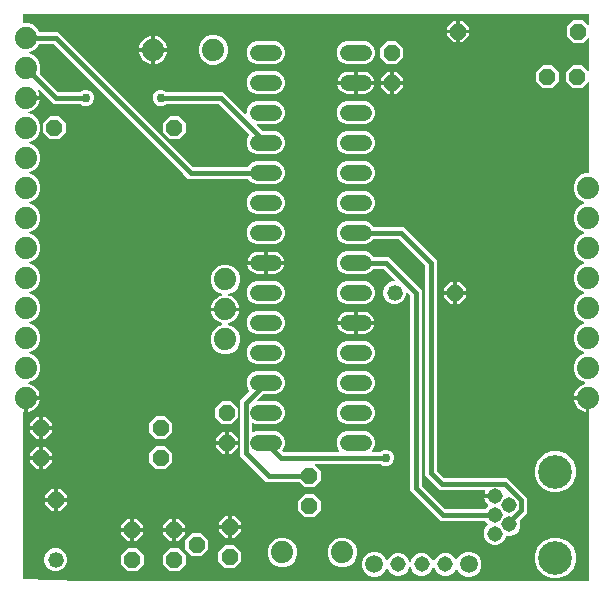
<source format=gbr>
G04 EAGLE Gerber X2 export*
%TF.Part,Single*%
%TF.FileFunction,Copper,L2,Bot,Mixed*%
%TF.FilePolarity,Positive*%
%TF.GenerationSoftware,Autodesk,EAGLE,8.7.1*%
%TF.CreationDate,2018-04-16T05:42:20Z*%
G75*
%MOMM*%
%FSLAX34Y34*%
%LPD*%
%AMOC8*
5,1,8,0,0,1.08239X$1,22.5*%
G01*
%ADD10P,1.429621X8X292.500000*%
%ADD11P,1.429621X8X112.500000*%
%ADD12C,1.320800*%
%ADD13P,1.429621X8X22.500000*%
%ADD14C,1.308000*%
%ADD15C,2.850000*%
%ADD16C,1.879600*%
%ADD17P,1.429621X8X202.500000*%
%ADD18C,1.320800*%
%ADD19C,1.508000*%
%ADD20C,0.406400*%
%ADD21C,0.756400*%

G36*
X489098Y10164D02*
X489098Y10164D01*
X489117Y10162D01*
X489219Y10184D01*
X489321Y10200D01*
X489338Y10210D01*
X489358Y10214D01*
X489447Y10267D01*
X489538Y10316D01*
X489552Y10330D01*
X489569Y10340D01*
X489636Y10419D01*
X489708Y10494D01*
X489716Y10512D01*
X489729Y10527D01*
X489768Y10623D01*
X489811Y10717D01*
X489813Y10737D01*
X489821Y10755D01*
X489839Y10922D01*
X489839Y164338D01*
X489836Y164358D01*
X489838Y164377D01*
X489816Y164479D01*
X489800Y164581D01*
X489790Y164598D01*
X489786Y164618D01*
X489733Y164707D01*
X489684Y164798D01*
X489670Y164812D01*
X489660Y164829D01*
X489581Y164896D01*
X489506Y164967D01*
X489488Y164976D01*
X489473Y164989D01*
X489377Y165027D01*
X489283Y165071D01*
X489263Y165073D01*
X489245Y165081D01*
X489078Y165099D01*
X488949Y165099D01*
X488949Y165862D01*
X488946Y165882D01*
X488948Y165901D01*
X488926Y166003D01*
X488909Y166105D01*
X488900Y166122D01*
X488896Y166142D01*
X488843Y166231D01*
X488794Y166322D01*
X488780Y166336D01*
X488770Y166353D01*
X488691Y166420D01*
X488616Y166491D01*
X488598Y166500D01*
X488583Y166513D01*
X488487Y166552D01*
X488393Y166595D01*
X488373Y166597D01*
X488355Y166605D01*
X488188Y166623D01*
X477104Y166623D01*
X477305Y167896D01*
X477886Y169683D01*
X478739Y171357D01*
X479844Y172878D01*
X481172Y174206D01*
X482693Y175311D01*
X484367Y176164D01*
X486141Y176741D01*
X486231Y176787D01*
X486324Y176828D01*
X486340Y176843D01*
X486360Y176853D01*
X486430Y176926D01*
X486505Y176995D01*
X486516Y177014D01*
X486531Y177030D01*
X486575Y177121D01*
X486624Y177210D01*
X486628Y177232D01*
X486637Y177252D01*
X486649Y177352D01*
X486667Y177452D01*
X486664Y177474D01*
X486667Y177496D01*
X486646Y177595D01*
X486632Y177695D01*
X486622Y177715D01*
X486617Y177737D01*
X486566Y177824D01*
X486520Y177915D01*
X486504Y177930D01*
X486493Y177949D01*
X486417Y178016D01*
X486345Y178087D01*
X486320Y178100D01*
X486308Y178111D01*
X486278Y178124D01*
X486198Y178168D01*
X481899Y179948D01*
X478398Y183449D01*
X476503Y188024D01*
X476503Y192976D01*
X478398Y197551D01*
X481899Y201052D01*
X485388Y202497D01*
X485449Y202535D01*
X485514Y202564D01*
X485552Y202599D01*
X485597Y202626D01*
X485643Y202682D01*
X485695Y202730D01*
X485720Y202776D01*
X485754Y202816D01*
X485779Y202883D01*
X485814Y202946D01*
X485823Y202997D01*
X485842Y203045D01*
X485845Y203117D01*
X485858Y203188D01*
X485850Y203239D01*
X485852Y203291D01*
X485832Y203360D01*
X485822Y203431D01*
X485798Y203477D01*
X485784Y203527D01*
X485743Y203586D01*
X485710Y203650D01*
X485673Y203687D01*
X485643Y203729D01*
X485586Y203772D01*
X485535Y203822D01*
X485472Y203857D01*
X485446Y203876D01*
X485424Y203883D01*
X485388Y203903D01*
X481899Y205348D01*
X478398Y208849D01*
X476503Y213424D01*
X476503Y218376D01*
X478398Y222951D01*
X481899Y226452D01*
X485388Y227897D01*
X485449Y227935D01*
X485514Y227964D01*
X485552Y227999D01*
X485597Y228026D01*
X485643Y228082D01*
X485695Y228130D01*
X485720Y228176D01*
X485754Y228216D01*
X485779Y228283D01*
X485814Y228346D01*
X485823Y228397D01*
X485842Y228445D01*
X485845Y228517D01*
X485858Y228588D01*
X485850Y228639D01*
X485852Y228691D01*
X485832Y228760D01*
X485822Y228831D01*
X485798Y228877D01*
X485784Y228927D01*
X485743Y228986D01*
X485710Y229050D01*
X485673Y229087D01*
X485643Y229129D01*
X485586Y229172D01*
X485535Y229222D01*
X485472Y229257D01*
X485446Y229276D01*
X485424Y229283D01*
X485388Y229303D01*
X481899Y230748D01*
X478398Y234249D01*
X476503Y238824D01*
X476503Y243776D01*
X478398Y248351D01*
X481899Y251852D01*
X485388Y253297D01*
X485449Y253335D01*
X485514Y253364D01*
X485552Y253399D01*
X485597Y253426D01*
X485643Y253482D01*
X485695Y253530D01*
X485720Y253576D01*
X485754Y253616D01*
X485779Y253683D01*
X485814Y253746D01*
X485823Y253797D01*
X485842Y253845D01*
X485845Y253917D01*
X485858Y253988D01*
X485850Y254039D01*
X485852Y254091D01*
X485832Y254160D01*
X485822Y254231D01*
X485798Y254277D01*
X485784Y254327D01*
X485743Y254386D01*
X485710Y254450D01*
X485673Y254487D01*
X485643Y254529D01*
X485586Y254572D01*
X485535Y254622D01*
X485472Y254657D01*
X485446Y254676D01*
X485424Y254683D01*
X485388Y254703D01*
X481899Y256148D01*
X478398Y259649D01*
X476503Y264224D01*
X476503Y269176D01*
X478398Y273751D01*
X481899Y277252D01*
X485388Y278697D01*
X485449Y278735D01*
X485514Y278764D01*
X485552Y278799D01*
X485597Y278826D01*
X485643Y278882D01*
X485695Y278930D01*
X485720Y278976D01*
X485754Y279016D01*
X485779Y279083D01*
X485814Y279146D01*
X485823Y279197D01*
X485842Y279245D01*
X485845Y279317D01*
X485858Y279388D01*
X485850Y279439D01*
X485852Y279491D01*
X485832Y279560D01*
X485822Y279631D01*
X485798Y279677D01*
X485784Y279727D01*
X485743Y279786D01*
X485710Y279850D01*
X485673Y279887D01*
X485643Y279929D01*
X485586Y279972D01*
X485535Y280022D01*
X485472Y280057D01*
X485446Y280076D01*
X485424Y280083D01*
X485388Y280103D01*
X481899Y281548D01*
X478398Y285049D01*
X476503Y289624D01*
X476503Y294576D01*
X478398Y299151D01*
X481899Y302652D01*
X485388Y304097D01*
X485449Y304135D01*
X485514Y304164D01*
X485552Y304199D01*
X485597Y304226D01*
X485643Y304282D01*
X485695Y304330D01*
X485720Y304376D01*
X485754Y304416D01*
X485779Y304483D01*
X485814Y304546D01*
X485823Y304597D01*
X485842Y304645D01*
X485845Y304717D01*
X485858Y304788D01*
X485850Y304839D01*
X485852Y304891D01*
X485832Y304960D01*
X485822Y305031D01*
X485798Y305077D01*
X485784Y305127D01*
X485743Y305186D01*
X485710Y305250D01*
X485673Y305287D01*
X485643Y305329D01*
X485586Y305372D01*
X485535Y305422D01*
X485472Y305457D01*
X485446Y305476D01*
X485424Y305483D01*
X485388Y305503D01*
X481899Y306948D01*
X478398Y310449D01*
X476503Y315024D01*
X476503Y319976D01*
X478398Y324551D01*
X481899Y328052D01*
X485388Y329497D01*
X485449Y329535D01*
X485514Y329564D01*
X485552Y329599D01*
X485597Y329626D01*
X485643Y329682D01*
X485695Y329730D01*
X485720Y329776D01*
X485754Y329816D01*
X485779Y329883D01*
X485814Y329946D01*
X485823Y329997D01*
X485842Y330045D01*
X485845Y330117D01*
X485858Y330188D01*
X485850Y330239D01*
X485852Y330291D01*
X485832Y330360D01*
X485822Y330431D01*
X485798Y330477D01*
X485784Y330527D01*
X485743Y330586D01*
X485710Y330650D01*
X485673Y330687D01*
X485643Y330729D01*
X485586Y330772D01*
X485535Y330822D01*
X485472Y330857D01*
X485446Y330876D01*
X485424Y330883D01*
X485388Y330903D01*
X481899Y332348D01*
X478398Y335849D01*
X476503Y340424D01*
X476503Y345376D01*
X478398Y349951D01*
X481899Y353452D01*
X486474Y355347D01*
X489078Y355347D01*
X489098Y355350D01*
X489117Y355348D01*
X489219Y355370D01*
X489321Y355386D01*
X489338Y355396D01*
X489358Y355400D01*
X489447Y355453D01*
X489538Y355502D01*
X489552Y355516D01*
X489569Y355526D01*
X489636Y355605D01*
X489708Y355680D01*
X489716Y355698D01*
X489729Y355713D01*
X489768Y355809D01*
X489811Y355903D01*
X489813Y355923D01*
X489821Y355941D01*
X489839Y356108D01*
X489839Y431424D01*
X489828Y431495D01*
X489826Y431567D01*
X489808Y431616D01*
X489800Y431667D01*
X489766Y431731D01*
X489741Y431798D01*
X489709Y431839D01*
X489684Y431885D01*
X489632Y431934D01*
X489588Y431990D01*
X489544Y432018D01*
X489506Y432054D01*
X489441Y432084D01*
X489381Y432123D01*
X489330Y432136D01*
X489283Y432158D01*
X489212Y432165D01*
X489142Y432183D01*
X489090Y432179D01*
X489039Y432185D01*
X488968Y432169D01*
X488897Y432164D01*
X488849Y432144D01*
X488798Y432132D01*
X488737Y432096D01*
X488671Y432068D01*
X488615Y432023D01*
X488587Y432006D01*
X488572Y431988D01*
X488540Y431963D01*
X483804Y427227D01*
X475808Y427227D01*
X470153Y432882D01*
X470153Y440878D01*
X475808Y446533D01*
X483804Y446533D01*
X488540Y441797D01*
X488598Y441755D01*
X488650Y441706D01*
X488697Y441684D01*
X488739Y441654D01*
X488808Y441633D01*
X488873Y441602D01*
X488925Y441597D01*
X488975Y441581D01*
X489046Y441583D01*
X489117Y441575D01*
X489168Y441586D01*
X489220Y441588D01*
X489288Y441612D01*
X489358Y441628D01*
X489403Y441654D01*
X489451Y441672D01*
X489507Y441717D01*
X489569Y441754D01*
X489603Y441793D01*
X489643Y441826D01*
X489682Y441886D01*
X489729Y441941D01*
X489748Y441989D01*
X489776Y442033D01*
X489794Y442102D01*
X489821Y442169D01*
X489829Y442240D01*
X489837Y442271D01*
X489835Y442295D01*
X489839Y442336D01*
X489839Y469270D01*
X489828Y469341D01*
X489826Y469413D01*
X489808Y469462D01*
X489800Y469513D01*
X489766Y469577D01*
X489741Y469644D01*
X489709Y469685D01*
X489684Y469731D01*
X489632Y469780D01*
X489588Y469836D01*
X489544Y469864D01*
X489506Y469900D01*
X489441Y469930D01*
X489381Y469969D01*
X489330Y469982D01*
X489283Y470004D01*
X489212Y470011D01*
X489142Y470029D01*
X489090Y470025D01*
X489039Y470031D01*
X488968Y470015D01*
X488897Y470010D01*
X488849Y469990D01*
X488798Y469978D01*
X488737Y469942D01*
X488671Y469914D01*
X488615Y469869D01*
X488587Y469852D01*
X488572Y469834D01*
X488540Y469809D01*
X484312Y465581D01*
X476316Y465581D01*
X470661Y471236D01*
X470661Y479232D01*
X476316Y484887D01*
X484312Y484887D01*
X488540Y480659D01*
X488598Y480617D01*
X488650Y480568D01*
X488697Y480546D01*
X488739Y480516D01*
X488808Y480495D01*
X488873Y480464D01*
X488925Y480459D01*
X488975Y480443D01*
X489046Y480445D01*
X489117Y480437D01*
X489168Y480448D01*
X489220Y480450D01*
X489288Y480474D01*
X489358Y480490D01*
X489403Y480516D01*
X489451Y480534D01*
X489507Y480579D01*
X489569Y480616D01*
X489603Y480655D01*
X489643Y480688D01*
X489682Y480748D01*
X489729Y480803D01*
X489748Y480851D01*
X489776Y480895D01*
X489794Y480964D01*
X489821Y481031D01*
X489829Y481102D01*
X489837Y481133D01*
X489835Y481157D01*
X489839Y481198D01*
X489839Y489078D01*
X489836Y489098D01*
X489838Y489117D01*
X489816Y489219D01*
X489800Y489321D01*
X489790Y489338D01*
X489786Y489358D01*
X489733Y489447D01*
X489684Y489538D01*
X489670Y489552D01*
X489660Y489569D01*
X489581Y489636D01*
X489506Y489708D01*
X489488Y489716D01*
X489473Y489729D01*
X489377Y489768D01*
X489283Y489811D01*
X489263Y489813D01*
X489245Y489821D01*
X489078Y489839D01*
X10922Y489839D01*
X10902Y489836D01*
X10883Y489838D01*
X10781Y489816D01*
X10679Y489800D01*
X10662Y489790D01*
X10642Y489786D01*
X10553Y489733D01*
X10462Y489684D01*
X10448Y489670D01*
X10431Y489660D01*
X10364Y489581D01*
X10292Y489506D01*
X10284Y489488D01*
X10271Y489473D01*
X10232Y489377D01*
X10189Y489283D01*
X10187Y489263D01*
X10179Y489245D01*
X10161Y489078D01*
X10161Y483108D01*
X10164Y483088D01*
X10162Y483069D01*
X10184Y482967D01*
X10200Y482865D01*
X10210Y482848D01*
X10214Y482828D01*
X10267Y482739D01*
X10316Y482648D01*
X10330Y482634D01*
X10340Y482617D01*
X10419Y482550D01*
X10494Y482478D01*
X10512Y482470D01*
X10527Y482457D01*
X10623Y482418D01*
X10717Y482375D01*
X10737Y482373D01*
X10755Y482365D01*
X10922Y482347D01*
X15176Y482347D01*
X19751Y480452D01*
X23252Y476951D01*
X23873Y475451D01*
X23935Y475351D01*
X23995Y475251D01*
X23999Y475247D01*
X24003Y475242D01*
X24093Y475167D01*
X24182Y475091D01*
X24187Y475089D01*
X24192Y475085D01*
X24301Y475043D01*
X24410Y474999D01*
X24417Y474998D01*
X24422Y474997D01*
X24440Y474996D01*
X24576Y474981D01*
X40205Y474981D01*
X154282Y360904D01*
X154355Y360851D01*
X154425Y360791D01*
X154455Y360779D01*
X154481Y360760D01*
X154568Y360733D01*
X154653Y360699D01*
X154694Y360695D01*
X154716Y360688D01*
X154749Y360689D01*
X154820Y360681D01*
X200444Y360681D01*
X200558Y360700D01*
X200675Y360717D01*
X200680Y360719D01*
X200687Y360720D01*
X200790Y360775D01*
X200894Y360828D01*
X200898Y360833D01*
X200904Y360836D01*
X200984Y360920D01*
X201066Y361004D01*
X201070Y361010D01*
X201073Y361014D01*
X201081Y361031D01*
X201088Y361043D01*
X203828Y363783D01*
X207376Y365253D01*
X224424Y365253D01*
X227972Y363783D01*
X230687Y361068D01*
X232157Y357520D01*
X232157Y353680D01*
X230687Y350132D01*
X227972Y347417D01*
X224424Y345947D01*
X207376Y345947D01*
X203828Y347417D01*
X201070Y350175D01*
X201026Y350249D01*
X201021Y350253D01*
X201018Y350258D01*
X200927Y350333D01*
X200839Y350409D01*
X200833Y350411D01*
X200828Y350415D01*
X200719Y350457D01*
X200611Y350501D01*
X200603Y350502D01*
X200599Y350503D01*
X200580Y350504D01*
X200444Y350519D01*
X150295Y350519D01*
X147096Y353718D01*
X36218Y464596D01*
X36145Y464649D01*
X36075Y464709D01*
X36045Y464721D01*
X36019Y464740D01*
X35932Y464767D01*
X35847Y464801D01*
X35806Y464805D01*
X35784Y464812D01*
X35751Y464811D01*
X35680Y464819D01*
X24576Y464819D01*
X24462Y464800D01*
X24345Y464783D01*
X24340Y464781D01*
X24334Y464780D01*
X24231Y464725D01*
X24126Y464672D01*
X24122Y464667D01*
X24116Y464664D01*
X24036Y464580D01*
X23954Y464496D01*
X23950Y464490D01*
X23947Y464486D01*
X23939Y464469D01*
X23873Y464349D01*
X23252Y462849D01*
X19751Y459348D01*
X16262Y457903D01*
X16201Y457865D01*
X16136Y457836D01*
X16098Y457801D01*
X16053Y457774D01*
X16008Y457718D01*
X15955Y457670D01*
X15930Y457624D01*
X15896Y457584D01*
X15871Y457517D01*
X15836Y457454D01*
X15827Y457403D01*
X15808Y457355D01*
X15805Y457283D01*
X15792Y457212D01*
X15800Y457161D01*
X15798Y457109D01*
X15818Y457040D01*
X15828Y456969D01*
X15852Y456923D01*
X15866Y456873D01*
X15907Y456814D01*
X15940Y456750D01*
X15977Y456713D01*
X16007Y456671D01*
X16064Y456628D01*
X16115Y456578D01*
X16178Y456543D01*
X16204Y456524D01*
X16226Y456517D01*
X16262Y456497D01*
X19751Y455052D01*
X23252Y451551D01*
X25147Y446976D01*
X25147Y442024D01*
X24525Y440524D01*
X24517Y440487D01*
X24510Y440472D01*
X24507Y440444D01*
X24499Y440411D01*
X24470Y440297D01*
X24471Y440291D01*
X24469Y440285D01*
X24480Y440168D01*
X24489Y440052D01*
X24492Y440046D01*
X24492Y440040D01*
X24540Y439932D01*
X24586Y439826D01*
X24590Y439820D01*
X24592Y439815D01*
X24605Y439801D01*
X24690Y439695D01*
X39982Y424404D01*
X40055Y424351D01*
X40125Y424291D01*
X40155Y424279D01*
X40181Y424260D01*
X40268Y424233D01*
X40353Y424199D01*
X40394Y424195D01*
X40416Y424188D01*
X40449Y424189D01*
X40520Y424181D01*
X58605Y424181D01*
X58695Y424195D01*
X58786Y424203D01*
X58816Y424215D01*
X58848Y424220D01*
X58929Y424263D01*
X59013Y424299D01*
X59045Y424325D01*
X59065Y424336D01*
X59088Y424359D01*
X59144Y424404D01*
X59631Y424891D01*
X62141Y425931D01*
X64859Y425931D01*
X67369Y424891D01*
X69291Y422969D01*
X70331Y420459D01*
X70331Y417741D01*
X69291Y415231D01*
X67369Y413309D01*
X64859Y412269D01*
X62141Y412269D01*
X59631Y413309D01*
X59144Y413796D01*
X59070Y413849D01*
X59000Y413909D01*
X58970Y413921D01*
X58944Y413940D01*
X58857Y413967D01*
X58772Y414001D01*
X58731Y414005D01*
X58709Y414012D01*
X58677Y414011D01*
X58605Y414019D01*
X35995Y414019D01*
X24495Y425520D01*
X24492Y425522D01*
X24489Y425525D01*
X24391Y425594D01*
X24295Y425663D01*
X24292Y425664D01*
X24288Y425667D01*
X24173Y425701D01*
X24060Y425736D01*
X24056Y425735D01*
X24052Y425737D01*
X23934Y425732D01*
X23814Y425729D01*
X23811Y425728D01*
X23807Y425728D01*
X23697Y425686D01*
X23583Y425645D01*
X23580Y425642D01*
X23576Y425641D01*
X23485Y425566D01*
X23391Y425491D01*
X23389Y425488D01*
X23386Y425485D01*
X23324Y425386D01*
X23258Y425284D01*
X23257Y425280D01*
X23255Y425277D01*
X23228Y425162D01*
X23198Y425046D01*
X23199Y425042D01*
X23198Y425038D01*
X23208Y424918D01*
X23217Y424800D01*
X23219Y424797D01*
X23219Y424793D01*
X23279Y424636D01*
X23764Y423683D01*
X24345Y421896D01*
X24546Y420623D01*
X13462Y420623D01*
X13442Y420620D01*
X13423Y420622D01*
X13321Y420600D01*
X13219Y420583D01*
X13202Y420574D01*
X13182Y420570D01*
X13093Y420517D01*
X13002Y420468D01*
X12988Y420454D01*
X12971Y420444D01*
X12904Y420365D01*
X12833Y420290D01*
X12824Y420272D01*
X12811Y420257D01*
X12773Y420161D01*
X12729Y420067D01*
X12727Y420047D01*
X12719Y420029D01*
X12701Y419862D01*
X12701Y418338D01*
X12704Y418318D01*
X12702Y418299D01*
X12724Y418197D01*
X12741Y418095D01*
X12750Y418078D01*
X12754Y418058D01*
X12807Y417969D01*
X12856Y417878D01*
X12870Y417864D01*
X12880Y417847D01*
X12959Y417780D01*
X13034Y417709D01*
X13052Y417700D01*
X13067Y417687D01*
X13163Y417648D01*
X13257Y417605D01*
X13277Y417603D01*
X13295Y417595D01*
X13462Y417577D01*
X24546Y417577D01*
X24345Y416304D01*
X23764Y414517D01*
X22911Y412843D01*
X21806Y411322D01*
X20478Y409994D01*
X18957Y408889D01*
X17283Y408036D01*
X15509Y407459D01*
X15419Y407413D01*
X15326Y407372D01*
X15310Y407357D01*
X15290Y407347D01*
X15220Y407274D01*
X15145Y407205D01*
X15134Y407186D01*
X15119Y407170D01*
X15075Y407079D01*
X15026Y406990D01*
X15022Y406968D01*
X15013Y406948D01*
X15001Y406848D01*
X14983Y406748D01*
X14986Y406726D01*
X14983Y406704D01*
X15004Y406605D01*
X15018Y406505D01*
X15028Y406485D01*
X15033Y406463D01*
X15084Y406376D01*
X15130Y406285D01*
X15146Y406270D01*
X15157Y406251D01*
X15233Y406184D01*
X15305Y406113D01*
X15330Y406100D01*
X15342Y406089D01*
X15372Y406076D01*
X15452Y406032D01*
X19751Y404252D01*
X23252Y400751D01*
X25147Y396176D01*
X25147Y391224D01*
X23252Y386649D01*
X19751Y383148D01*
X16262Y381703D01*
X16201Y381665D01*
X16136Y381636D01*
X16097Y381601D01*
X16053Y381574D01*
X16007Y381518D01*
X15955Y381470D01*
X15930Y381424D01*
X15896Y381384D01*
X15871Y381317D01*
X15836Y381254D01*
X15827Y381203D01*
X15808Y381155D01*
X15805Y381083D01*
X15792Y381012D01*
X15800Y380961D01*
X15798Y380909D01*
X15818Y380840D01*
X15828Y380769D01*
X15852Y380723D01*
X15866Y380673D01*
X15907Y380614D01*
X15940Y380550D01*
X15977Y380513D01*
X16007Y380471D01*
X16064Y380428D01*
X16115Y380378D01*
X16178Y380343D01*
X16204Y380324D01*
X16226Y380317D01*
X16262Y380297D01*
X19751Y378852D01*
X23252Y375351D01*
X25147Y370776D01*
X25147Y365824D01*
X23252Y361249D01*
X19751Y357748D01*
X16262Y356303D01*
X16201Y356265D01*
X16136Y356236D01*
X16097Y356201D01*
X16053Y356174D01*
X16007Y356118D01*
X15955Y356070D01*
X15930Y356024D01*
X15896Y355984D01*
X15871Y355917D01*
X15836Y355854D01*
X15827Y355803D01*
X15808Y355755D01*
X15805Y355683D01*
X15792Y355612D01*
X15800Y355561D01*
X15798Y355509D01*
X15818Y355440D01*
X15828Y355369D01*
X15852Y355323D01*
X15866Y355273D01*
X15907Y355214D01*
X15940Y355150D01*
X15977Y355113D01*
X16007Y355071D01*
X16064Y355028D01*
X16115Y354978D01*
X16178Y354943D01*
X16204Y354924D01*
X16226Y354917D01*
X16262Y354897D01*
X19751Y353452D01*
X23252Y349951D01*
X25147Y345376D01*
X25147Y340424D01*
X23252Y335849D01*
X19751Y332348D01*
X16262Y330903D01*
X16201Y330865D01*
X16136Y330836D01*
X16097Y330801D01*
X16053Y330774D01*
X16007Y330718D01*
X15955Y330670D01*
X15930Y330624D01*
X15896Y330584D01*
X15871Y330517D01*
X15836Y330454D01*
X15827Y330403D01*
X15808Y330355D01*
X15805Y330283D01*
X15792Y330212D01*
X15800Y330161D01*
X15798Y330109D01*
X15818Y330040D01*
X15828Y329969D01*
X15852Y329923D01*
X15866Y329873D01*
X15907Y329814D01*
X15940Y329750D01*
X15977Y329713D01*
X16007Y329671D01*
X16064Y329628D01*
X16115Y329578D01*
X16178Y329543D01*
X16204Y329524D01*
X16226Y329517D01*
X16262Y329497D01*
X19751Y328052D01*
X23252Y324551D01*
X25147Y319976D01*
X25147Y315024D01*
X23252Y310449D01*
X19751Y306948D01*
X16262Y305503D01*
X16201Y305465D01*
X16136Y305436D01*
X16098Y305401D01*
X16053Y305374D01*
X16007Y305318D01*
X15955Y305270D01*
X15930Y305224D01*
X15896Y305184D01*
X15871Y305117D01*
X15836Y305054D01*
X15827Y305003D01*
X15808Y304955D01*
X15805Y304883D01*
X15792Y304812D01*
X15800Y304761D01*
X15798Y304709D01*
X15818Y304640D01*
X15828Y304569D01*
X15852Y304523D01*
X15866Y304473D01*
X15907Y304414D01*
X15940Y304350D01*
X15977Y304313D01*
X16007Y304271D01*
X16064Y304228D01*
X16115Y304178D01*
X16178Y304143D01*
X16204Y304124D01*
X16226Y304117D01*
X16262Y304097D01*
X19751Y302652D01*
X23252Y299151D01*
X25147Y294576D01*
X25147Y289624D01*
X23252Y285049D01*
X19751Y281548D01*
X16262Y280103D01*
X16201Y280065D01*
X16136Y280036D01*
X16098Y280001D01*
X16053Y279974D01*
X16008Y279918D01*
X15955Y279870D01*
X15930Y279824D01*
X15896Y279784D01*
X15871Y279717D01*
X15836Y279654D01*
X15827Y279603D01*
X15808Y279555D01*
X15805Y279483D01*
X15792Y279412D01*
X15800Y279361D01*
X15798Y279309D01*
X15818Y279240D01*
X15828Y279169D01*
X15852Y279123D01*
X15866Y279073D01*
X15907Y279014D01*
X15940Y278950D01*
X15977Y278913D01*
X16007Y278871D01*
X16064Y278828D01*
X16115Y278778D01*
X16178Y278743D01*
X16204Y278724D01*
X16226Y278717D01*
X16262Y278697D01*
X19751Y277252D01*
X23252Y273751D01*
X25147Y269176D01*
X25147Y264224D01*
X23252Y259649D01*
X19751Y256148D01*
X16262Y254703D01*
X16201Y254665D01*
X16136Y254636D01*
X16098Y254601D01*
X16053Y254574D01*
X16008Y254518D01*
X15955Y254470D01*
X15930Y254424D01*
X15896Y254384D01*
X15871Y254317D01*
X15836Y254254D01*
X15827Y254203D01*
X15808Y254155D01*
X15805Y254083D01*
X15792Y254012D01*
X15800Y253961D01*
X15798Y253909D01*
X15818Y253840D01*
X15828Y253769D01*
X15852Y253723D01*
X15866Y253673D01*
X15907Y253614D01*
X15940Y253550D01*
X15977Y253513D01*
X16007Y253471D01*
X16064Y253428D01*
X16115Y253378D01*
X16178Y253343D01*
X16204Y253324D01*
X16226Y253317D01*
X16262Y253297D01*
X19751Y251852D01*
X23252Y248351D01*
X25147Y243776D01*
X25147Y238824D01*
X23252Y234249D01*
X19751Y230748D01*
X16262Y229303D01*
X16201Y229265D01*
X16136Y229236D01*
X16098Y229201D01*
X16053Y229174D01*
X16008Y229118D01*
X15955Y229070D01*
X15930Y229024D01*
X15896Y228984D01*
X15871Y228917D01*
X15836Y228854D01*
X15827Y228803D01*
X15808Y228755D01*
X15805Y228683D01*
X15792Y228612D01*
X15800Y228561D01*
X15798Y228509D01*
X15818Y228440D01*
X15828Y228369D01*
X15852Y228323D01*
X15866Y228273D01*
X15907Y228214D01*
X15940Y228150D01*
X15977Y228113D01*
X16007Y228071D01*
X16064Y228028D01*
X16115Y227978D01*
X16178Y227943D01*
X16204Y227924D01*
X16226Y227917D01*
X16262Y227897D01*
X19751Y226452D01*
X23252Y222951D01*
X25147Y218376D01*
X25147Y213424D01*
X23252Y208849D01*
X19751Y205348D01*
X16262Y203903D01*
X16201Y203865D01*
X16136Y203836D01*
X16098Y203801D01*
X16053Y203774D01*
X16008Y203718D01*
X15955Y203670D01*
X15930Y203624D01*
X15896Y203584D01*
X15871Y203517D01*
X15836Y203454D01*
X15827Y203403D01*
X15808Y203355D01*
X15805Y203283D01*
X15792Y203212D01*
X15800Y203161D01*
X15798Y203109D01*
X15818Y203040D01*
X15828Y202969D01*
X15852Y202923D01*
X15866Y202873D01*
X15907Y202814D01*
X15940Y202750D01*
X15977Y202713D01*
X16007Y202671D01*
X16064Y202628D01*
X16115Y202578D01*
X16178Y202543D01*
X16204Y202524D01*
X16226Y202517D01*
X16262Y202497D01*
X19751Y201052D01*
X23252Y197551D01*
X25147Y192976D01*
X25147Y188024D01*
X23252Y183449D01*
X19751Y179948D01*
X15452Y178168D01*
X15366Y178114D01*
X15277Y178066D01*
X15262Y178050D01*
X15243Y178038D01*
X15179Y177960D01*
X15110Y177886D01*
X15101Y177866D01*
X15087Y177849D01*
X15050Y177754D01*
X15009Y177662D01*
X15006Y177640D01*
X14998Y177619D01*
X14994Y177518D01*
X14984Y177417D01*
X14989Y177396D01*
X14988Y177373D01*
X15016Y177276D01*
X15039Y177177D01*
X15050Y177158D01*
X15057Y177137D01*
X15114Y177054D01*
X15167Y176968D01*
X15184Y176953D01*
X15197Y176935D01*
X15278Y176875D01*
X15356Y176810D01*
X15381Y176798D01*
X15394Y176788D01*
X15425Y176778D01*
X15509Y176741D01*
X17283Y176164D01*
X18957Y175311D01*
X20478Y174206D01*
X21806Y172878D01*
X22911Y171357D01*
X23764Y169683D01*
X24345Y167896D01*
X24546Y166623D01*
X13462Y166623D01*
X13442Y166620D01*
X13423Y166622D01*
X13321Y166600D01*
X13219Y166583D01*
X13202Y166574D01*
X13182Y166570D01*
X13093Y166517D01*
X13002Y166468D01*
X12988Y166454D01*
X12971Y166444D01*
X12904Y166365D01*
X12833Y166290D01*
X12824Y166272D01*
X12811Y166257D01*
X12773Y166161D01*
X12729Y166067D01*
X12727Y166047D01*
X12719Y166029D01*
X12701Y165862D01*
X12701Y165099D01*
X11938Y165099D01*
X11918Y165096D01*
X11899Y165098D01*
X11797Y165076D01*
X11695Y165059D01*
X11678Y165050D01*
X11658Y165046D01*
X11569Y164993D01*
X11478Y164944D01*
X11464Y164930D01*
X11447Y164920D01*
X11380Y164841D01*
X11309Y164766D01*
X11300Y164748D01*
X11287Y164733D01*
X11248Y164637D01*
X11205Y164543D01*
X11203Y164523D01*
X11195Y164505D01*
X11177Y164338D01*
X11177Y153254D01*
X11041Y153275D01*
X10985Y153275D01*
X10978Y153276D01*
X10953Y153276D01*
X10883Y153284D01*
X10839Y153274D01*
X10795Y153274D01*
X10720Y153248D01*
X10642Y153231D01*
X10604Y153209D01*
X10562Y153194D01*
X10499Y153146D01*
X10431Y153105D01*
X10402Y153072D01*
X10367Y153045D01*
X10323Y152979D01*
X10271Y152918D01*
X10255Y152877D01*
X10230Y152841D01*
X10209Y152764D01*
X10205Y152755D01*
X10189Y152719D01*
X10188Y152712D01*
X10179Y152690D01*
X10173Y152632D01*
X10165Y152603D01*
X10167Y152576D01*
X10161Y152523D01*
X10161Y12124D01*
X10162Y12113D01*
X10161Y12103D01*
X10182Y11992D01*
X10200Y11881D01*
X10205Y11872D01*
X10207Y11861D01*
X10263Y11763D01*
X10316Y11664D01*
X10323Y11656D01*
X10328Y11647D01*
X10412Y11572D01*
X10494Y11494D01*
X10504Y11490D01*
X10511Y11483D01*
X10614Y11438D01*
X10717Y11391D01*
X10728Y11390D01*
X10737Y11385D01*
X10903Y11363D01*
X60181Y10161D01*
X60188Y10162D01*
X60199Y10161D01*
X489078Y10161D01*
X489098Y10164D01*
G37*
%LPC*%
G36*
X408103Y40451D02*
X408103Y40451D01*
X404578Y41911D01*
X401881Y44608D01*
X400421Y48133D01*
X400421Y51947D01*
X401881Y55472D01*
X403911Y57502D01*
X403923Y57518D01*
X403938Y57530D01*
X403994Y57618D01*
X404055Y57701D01*
X404061Y57720D01*
X404071Y57737D01*
X404097Y57838D01*
X404127Y57937D01*
X404127Y57956D01*
X404131Y57976D01*
X404123Y58079D01*
X404121Y58182D01*
X404114Y58201D01*
X404112Y58221D01*
X404072Y58316D01*
X404036Y58413D01*
X404024Y58429D01*
X404016Y58447D01*
X403911Y58578D01*
X401821Y60668D01*
X401809Y60689D01*
X401804Y60693D01*
X401801Y60698D01*
X401712Y60772D01*
X401622Y60849D01*
X401617Y60851D01*
X401612Y60855D01*
X401504Y60897D01*
X401394Y60941D01*
X401387Y60942D01*
X401383Y60943D01*
X401365Y60944D01*
X401227Y60959D01*
X363655Y60959D01*
X337819Y86795D01*
X337819Y251580D01*
X337805Y251670D01*
X337797Y251761D01*
X337785Y251791D01*
X337780Y251823D01*
X337737Y251903D01*
X337701Y251987D01*
X337675Y252020D01*
X337664Y252040D01*
X337641Y252062D01*
X337596Y252118D01*
X336072Y253643D01*
X336014Y253684D01*
X335962Y253734D01*
X335915Y253756D01*
X335873Y253786D01*
X335804Y253807D01*
X335739Y253837D01*
X335687Y253843D01*
X335637Y253858D01*
X335566Y253857D01*
X335495Y253864D01*
X335444Y253853D01*
X335392Y253852D01*
X335324Y253827D01*
X335254Y253812D01*
X335209Y253785D01*
X335161Y253768D01*
X335105Y253723D01*
X335043Y253686D01*
X335009Y253646D01*
X334969Y253614D01*
X334930Y253554D01*
X334883Y253499D01*
X334864Y253451D01*
X334836Y253407D01*
X334818Y253338D01*
X334791Y253271D01*
X334783Y253200D01*
X334775Y253168D01*
X334777Y253145D01*
X334773Y253104D01*
X334773Y252080D01*
X333303Y248532D01*
X330588Y245817D01*
X327040Y244347D01*
X323200Y244347D01*
X319652Y245817D01*
X316937Y248532D01*
X315467Y252080D01*
X315467Y255920D01*
X316937Y259468D01*
X319652Y262183D01*
X323200Y263653D01*
X324224Y263653D01*
X324295Y263664D01*
X324367Y263666D01*
X324416Y263684D01*
X324467Y263692D01*
X324530Y263726D01*
X324598Y263751D01*
X324638Y263783D01*
X324684Y263808D01*
X324734Y263860D01*
X324790Y263904D01*
X324818Y263948D01*
X324854Y263986D01*
X324884Y264051D01*
X324923Y264111D01*
X324935Y264162D01*
X324957Y264209D01*
X324965Y264280D01*
X324983Y264350D01*
X324979Y264402D01*
X324984Y264453D01*
X324969Y264524D01*
X324964Y264595D01*
X324943Y264643D01*
X324932Y264694D01*
X324895Y264755D01*
X324867Y264821D01*
X324823Y264877D01*
X324806Y264905D01*
X324802Y264908D01*
X324802Y264909D01*
X324787Y264922D01*
X324763Y264952D01*
X315618Y274096D01*
X315545Y274149D01*
X315475Y274209D01*
X315445Y274221D01*
X315419Y274240D01*
X315332Y274267D01*
X315247Y274301D01*
X315206Y274305D01*
X315184Y274312D01*
X315151Y274311D01*
X315080Y274319D01*
X307556Y274319D01*
X307442Y274300D01*
X307325Y274283D01*
X307320Y274281D01*
X307313Y274280D01*
X307210Y274225D01*
X307106Y274172D01*
X307102Y274167D01*
X307096Y274164D01*
X307016Y274080D01*
X306934Y273996D01*
X306930Y273990D01*
X306927Y273986D01*
X306919Y273969D01*
X306912Y273957D01*
X304172Y271217D01*
X300624Y269747D01*
X283576Y269747D01*
X280028Y271217D01*
X277313Y273932D01*
X275843Y277480D01*
X275843Y281320D01*
X277313Y284868D01*
X280028Y287583D01*
X283576Y289053D01*
X300624Y289053D01*
X304172Y287583D01*
X306930Y284825D01*
X306974Y284751D01*
X306979Y284747D01*
X306982Y284742D01*
X307073Y284667D01*
X307161Y284591D01*
X307167Y284589D01*
X307172Y284585D01*
X307281Y284543D01*
X307389Y284499D01*
X307397Y284498D01*
X307401Y284497D01*
X307420Y284496D01*
X307556Y284481D01*
X319605Y284481D01*
X347981Y256105D01*
X347981Y91320D01*
X347995Y91230D01*
X348003Y91139D01*
X348015Y91109D01*
X348020Y91077D01*
X348063Y90996D01*
X348099Y90913D01*
X348125Y90880D01*
X348136Y90860D01*
X348159Y90838D01*
X348204Y90782D01*
X367642Y71344D01*
X367715Y71291D01*
X367785Y71231D01*
X367815Y71219D01*
X367841Y71200D01*
X367928Y71173D01*
X368013Y71139D01*
X368054Y71135D01*
X368076Y71128D01*
X368109Y71129D01*
X368180Y71121D01*
X401227Y71121D01*
X401342Y71140D01*
X401459Y71157D01*
X401464Y71160D01*
X401470Y71160D01*
X401572Y71215D01*
X401678Y71269D01*
X401682Y71273D01*
X401687Y71276D01*
X401765Y71357D01*
X401774Y71365D01*
X404270Y73861D01*
X404282Y73877D01*
X404298Y73890D01*
X404354Y73977D01*
X404414Y74061D01*
X404420Y74080D01*
X404431Y74096D01*
X404456Y74197D01*
X404486Y74296D01*
X404486Y74316D01*
X404491Y74335D01*
X404483Y74438D01*
X404480Y74542D01*
X404473Y74560D01*
X404472Y74580D01*
X404431Y74675D01*
X404396Y74773D01*
X404383Y74788D01*
X404375Y74807D01*
X404270Y74937D01*
X402957Y76251D01*
X401963Y77739D01*
X401278Y79391D01*
X401054Y80517D01*
X409248Y80517D01*
X409268Y80520D01*
X409287Y80518D01*
X409389Y80540D01*
X409491Y80557D01*
X409508Y80566D01*
X409528Y80570D01*
X409617Y80623D01*
X409708Y80672D01*
X409722Y80686D01*
X409739Y80696D01*
X409806Y80775D01*
X409877Y80850D01*
X409886Y80868D01*
X409899Y80883D01*
X409937Y80979D01*
X409981Y81073D01*
X409983Y81093D01*
X409991Y81111D01*
X410009Y81278D01*
X410009Y82802D01*
X410006Y82822D01*
X410008Y82841D01*
X409986Y82943D01*
X409969Y83045D01*
X409960Y83062D01*
X409956Y83082D01*
X409903Y83171D01*
X409854Y83262D01*
X409840Y83276D01*
X409830Y83293D01*
X409751Y83360D01*
X409676Y83431D01*
X409658Y83440D01*
X409643Y83453D01*
X409547Y83492D01*
X409453Y83535D01*
X409433Y83537D01*
X409415Y83545D01*
X409248Y83563D01*
X401054Y83563D01*
X401278Y84689D01*
X401823Y86003D01*
X401833Y86045D01*
X401849Y86081D01*
X401849Y86082D01*
X401852Y86089D01*
X401861Y86166D01*
X401879Y86242D01*
X401874Y86288D01*
X401879Y86333D01*
X401863Y86410D01*
X401856Y86487D01*
X401837Y86529D01*
X401827Y86574D01*
X401787Y86641D01*
X401756Y86712D01*
X401725Y86746D01*
X401701Y86785D01*
X401642Y86836D01*
X401589Y86893D01*
X401549Y86915D01*
X401514Y86945D01*
X401442Y86974D01*
X401374Y87011D01*
X401329Y87020D01*
X401286Y87037D01*
X401150Y87052D01*
X401132Y87055D01*
X401127Y87054D01*
X401119Y87055D01*
X362959Y87055D01*
X350519Y99495D01*
X350519Y276980D01*
X350505Y277070D01*
X350497Y277161D01*
X350485Y277191D01*
X350480Y277223D01*
X350437Y277304D01*
X350401Y277387D01*
X350375Y277420D01*
X350364Y277440D01*
X350341Y277462D01*
X350296Y277518D01*
X328318Y299496D01*
X328245Y299549D01*
X328175Y299609D01*
X328145Y299621D01*
X328119Y299640D01*
X328032Y299667D01*
X327947Y299701D01*
X327906Y299705D01*
X327884Y299712D01*
X327851Y299711D01*
X327780Y299719D01*
X307556Y299719D01*
X307442Y299700D01*
X307325Y299683D01*
X307320Y299681D01*
X307313Y299680D01*
X307210Y299625D01*
X307106Y299572D01*
X307102Y299567D01*
X307096Y299564D01*
X307016Y299480D01*
X306934Y299396D01*
X306930Y299390D01*
X306927Y299386D01*
X306919Y299369D01*
X306912Y299357D01*
X304172Y296617D01*
X300624Y295147D01*
X283576Y295147D01*
X280028Y296617D01*
X277313Y299332D01*
X275843Y302880D01*
X275843Y306720D01*
X277313Y310268D01*
X280028Y312983D01*
X283576Y314453D01*
X300624Y314453D01*
X304172Y312983D01*
X306930Y310225D01*
X306974Y310151D01*
X306979Y310147D01*
X306982Y310142D01*
X307073Y310067D01*
X307161Y309991D01*
X307167Y309989D01*
X307172Y309985D01*
X307281Y309943D01*
X307389Y309899D01*
X307397Y309898D01*
X307401Y309897D01*
X307420Y309896D01*
X307556Y309881D01*
X332305Y309881D01*
X360681Y281505D01*
X360681Y104020D01*
X360695Y103930D01*
X360703Y103839D01*
X360715Y103809D01*
X360720Y103777D01*
X360763Y103696D01*
X360799Y103613D01*
X360825Y103580D01*
X360836Y103560D01*
X360859Y103538D01*
X360904Y103482D01*
X366946Y97440D01*
X367019Y97387D01*
X367089Y97327D01*
X367119Y97315D01*
X367145Y97296D01*
X367232Y97269D01*
X367317Y97235D01*
X367358Y97231D01*
X367380Y97224D01*
X367413Y97225D01*
X367484Y97217D01*
X420296Y97217D01*
X437187Y80326D01*
X437187Y67754D01*
X431309Y61876D01*
X431241Y61782D01*
X431171Y61687D01*
X431169Y61681D01*
X431165Y61676D01*
X431131Y61565D01*
X431095Y61453D01*
X431095Y61447D01*
X431093Y61441D01*
X431096Y61324D01*
X431097Y61207D01*
X431099Y61200D01*
X431099Y61195D01*
X431106Y61177D01*
X431144Y61046D01*
X431599Y59947D01*
X431599Y56133D01*
X430139Y52608D01*
X427442Y49911D01*
X423917Y48451D01*
X420239Y48451D01*
X420125Y48432D01*
X420008Y48415D01*
X420003Y48413D01*
X419997Y48412D01*
X419894Y48357D01*
X419789Y48304D01*
X419785Y48299D01*
X419779Y48296D01*
X419699Y48212D01*
X419617Y48128D01*
X419613Y48122D01*
X419610Y48118D01*
X419602Y48101D01*
X419536Y47981D01*
X418139Y44608D01*
X415442Y41911D01*
X411917Y40451D01*
X408103Y40451D01*
G37*
%LPD*%
%LPC*%
G36*
X248732Y89407D02*
X248732Y89407D01*
X244383Y93756D01*
X244309Y93809D01*
X244239Y93869D01*
X244209Y93881D01*
X244183Y93900D01*
X244096Y93927D01*
X244011Y93961D01*
X243970Y93965D01*
X243948Y93972D01*
X243916Y93971D01*
X243844Y93979D01*
X216335Y93979D01*
X194055Y116259D01*
X194055Y163141D01*
X197254Y166340D01*
X201642Y170727D01*
X201653Y170743D01*
X201669Y170755D01*
X201725Y170843D01*
X201785Y170927D01*
X201791Y170946D01*
X201802Y170962D01*
X201827Y171063D01*
X201858Y171162D01*
X201857Y171182D01*
X201862Y171201D01*
X201854Y171304D01*
X201851Y171408D01*
X201844Y171426D01*
X201843Y171446D01*
X201802Y171541D01*
X201767Y171639D01*
X201754Y171654D01*
X201746Y171672D01*
X201642Y171803D01*
X201113Y172332D01*
X199643Y175880D01*
X199643Y179720D01*
X201113Y183268D01*
X203828Y185983D01*
X207376Y187453D01*
X224424Y187453D01*
X227972Y185983D01*
X230687Y183268D01*
X232157Y179720D01*
X232157Y175880D01*
X230687Y172332D01*
X227972Y169617D01*
X224424Y168147D01*
X213748Y168147D01*
X213658Y168133D01*
X213567Y168125D01*
X213537Y168113D01*
X213505Y168108D01*
X213424Y168065D01*
X213340Y168029D01*
X213308Y168003D01*
X213288Y167992D01*
X213265Y167969D01*
X213210Y167924D01*
X208637Y163352D01*
X208596Y163294D01*
X208546Y163242D01*
X208524Y163195D01*
X208494Y163153D01*
X208473Y163084D01*
X208443Y163019D01*
X208437Y162967D01*
X208422Y162917D01*
X208423Y162846D01*
X208416Y162775D01*
X208427Y162724D01*
X208428Y162672D01*
X208453Y162604D01*
X208468Y162534D01*
X208494Y162490D01*
X208512Y162441D01*
X208557Y162385D01*
X208594Y162323D01*
X208634Y162289D01*
X208666Y162249D01*
X208726Y162210D01*
X208781Y162163D01*
X208829Y162144D01*
X208873Y162116D01*
X208942Y162098D01*
X209009Y162071D01*
X209080Y162063D01*
X209112Y162055D01*
X209135Y162057D01*
X209176Y162053D01*
X224424Y162053D01*
X227972Y160583D01*
X230687Y157868D01*
X232157Y154320D01*
X232157Y150480D01*
X230687Y146932D01*
X227972Y144217D01*
X224424Y142747D01*
X207376Y142747D01*
X205269Y143620D01*
X205225Y143630D01*
X205183Y143650D01*
X205106Y143658D01*
X205030Y143676D01*
X204984Y143672D01*
X204939Y143677D01*
X204862Y143660D01*
X204785Y143653D01*
X204743Y143634D01*
X204698Y143625D01*
X204631Y143585D01*
X204560Y143553D01*
X204526Y143522D01*
X204487Y143498D01*
X204436Y143439D01*
X204379Y143387D01*
X204357Y143346D01*
X204327Y143311D01*
X204298Y143239D01*
X204261Y143171D01*
X204252Y143126D01*
X204235Y143083D01*
X204220Y142947D01*
X204217Y142929D01*
X204218Y142924D01*
X204217Y142917D01*
X204217Y136483D01*
X204224Y136438D01*
X204222Y136392D01*
X204244Y136317D01*
X204256Y136241D01*
X204278Y136200D01*
X204291Y136156D01*
X204335Y136092D01*
X204372Y136023D01*
X204405Y135992D01*
X204431Y135954D01*
X204493Y135908D01*
X204550Y135854D01*
X204592Y135835D01*
X204628Y135807D01*
X204702Y135783D01*
X204773Y135750D01*
X204819Y135745D01*
X204862Y135731D01*
X204940Y135732D01*
X205017Y135723D01*
X205062Y135733D01*
X205108Y135733D01*
X205240Y135771D01*
X205258Y135775D01*
X205262Y135778D01*
X205269Y135780D01*
X207376Y136653D01*
X224424Y136653D01*
X227972Y135183D01*
X230687Y132468D01*
X232157Y128920D01*
X232157Y125080D01*
X230687Y121532D01*
X230158Y121003D01*
X230147Y120987D01*
X230131Y120975D01*
X230075Y120888D01*
X230015Y120804D01*
X230009Y120785D01*
X229998Y120768D01*
X229973Y120668D01*
X229942Y120569D01*
X229943Y120549D01*
X229938Y120529D01*
X229946Y120426D01*
X229949Y120323D01*
X229956Y120304D01*
X229957Y120284D01*
X229998Y120189D01*
X230033Y120092D01*
X230046Y120076D01*
X230054Y120058D01*
X230158Y119927D01*
X230482Y119604D01*
X230556Y119551D01*
X230625Y119491D01*
X230655Y119479D01*
X230681Y119460D01*
X230768Y119433D01*
X230853Y119399D01*
X230894Y119395D01*
X230916Y119388D01*
X230949Y119389D01*
X231020Y119381D01*
X277626Y119381D01*
X277697Y119392D01*
X277769Y119394D01*
X277818Y119412D01*
X277869Y119420D01*
X277933Y119454D01*
X278000Y119479D01*
X278041Y119511D01*
X278087Y119536D01*
X278136Y119588D01*
X278192Y119632D01*
X278220Y119676D01*
X278256Y119714D01*
X278286Y119779D01*
X278325Y119839D01*
X278338Y119890D01*
X278360Y119937D01*
X278367Y120008D01*
X278385Y120078D01*
X278381Y120130D01*
X278387Y120181D01*
X278371Y120252D01*
X278366Y120323D01*
X278346Y120371D01*
X278334Y120422D01*
X278298Y120483D01*
X278270Y120549D01*
X278225Y120605D01*
X278208Y120633D01*
X278190Y120648D01*
X278165Y120680D01*
X277313Y121532D01*
X275843Y125080D01*
X275843Y128920D01*
X277313Y132468D01*
X280028Y135183D01*
X283576Y136653D01*
X300624Y136653D01*
X304172Y135183D01*
X306887Y132468D01*
X308357Y128920D01*
X308357Y125080D01*
X306887Y121532D01*
X306035Y120680D01*
X305993Y120622D01*
X305944Y120570D01*
X305922Y120523D01*
X305892Y120481D01*
X305871Y120412D01*
X305840Y120347D01*
X305835Y120295D01*
X305819Y120245D01*
X305821Y120174D01*
X305813Y120103D01*
X305824Y120052D01*
X305826Y120000D01*
X305850Y119932D01*
X305866Y119862D01*
X305892Y119817D01*
X305910Y119769D01*
X305955Y119713D01*
X305992Y119651D01*
X306031Y119617D01*
X306064Y119577D01*
X306124Y119538D01*
X306179Y119491D01*
X306227Y119472D01*
X306271Y119444D01*
X306340Y119426D01*
X306407Y119399D01*
X306478Y119391D01*
X306509Y119383D01*
X306533Y119385D01*
X306574Y119381D01*
X312605Y119381D01*
X312695Y119395D01*
X312786Y119403D01*
X312816Y119415D01*
X312848Y119420D01*
X312929Y119463D01*
X313013Y119499D01*
X313045Y119525D01*
X313065Y119536D01*
X313088Y119559D01*
X313144Y119604D01*
X313631Y120091D01*
X316141Y121131D01*
X318859Y121131D01*
X321369Y120091D01*
X323291Y118169D01*
X324331Y115659D01*
X324331Y112941D01*
X323291Y110431D01*
X321369Y108509D01*
X318859Y107469D01*
X316141Y107469D01*
X313631Y108509D01*
X313144Y108996D01*
X313070Y109049D01*
X313000Y109109D01*
X312970Y109121D01*
X312944Y109140D01*
X312857Y109167D01*
X312772Y109201D01*
X312731Y109205D01*
X312709Y109212D01*
X312677Y109211D01*
X312605Y109219D01*
X258060Y109219D01*
X257989Y109208D01*
X257917Y109206D01*
X257868Y109188D01*
X257817Y109180D01*
X257753Y109146D01*
X257686Y109121D01*
X257645Y109089D01*
X257599Y109064D01*
X257550Y109012D01*
X257494Y108968D01*
X257466Y108924D01*
X257430Y108886D01*
X257400Y108821D01*
X257361Y108761D01*
X257348Y108710D01*
X257326Y108663D01*
X257319Y108592D01*
X257301Y108522D01*
X257305Y108470D01*
X257299Y108419D01*
X257315Y108348D01*
X257320Y108277D01*
X257340Y108229D01*
X257352Y108178D01*
X257388Y108117D01*
X257416Y108051D01*
X257461Y107995D01*
X257478Y107967D01*
X257496Y107952D01*
X257521Y107920D01*
X262383Y103058D01*
X262383Y95062D01*
X256728Y89407D01*
X248732Y89407D01*
G37*
%LPD*%
%LPC*%
G36*
X207376Y371347D02*
X207376Y371347D01*
X203828Y372817D01*
X201113Y375532D01*
X199643Y379080D01*
X199643Y382920D01*
X201113Y386468D01*
X201642Y386997D01*
X201653Y387013D01*
X201669Y387025D01*
X201725Y387113D01*
X201785Y387196D01*
X201791Y387215D01*
X201802Y387232D01*
X201827Y387333D01*
X201857Y387431D01*
X201857Y387451D01*
X201862Y387471D01*
X201854Y387574D01*
X201851Y387677D01*
X201844Y387696D01*
X201843Y387716D01*
X201802Y387811D01*
X201767Y387908D01*
X201754Y387924D01*
X201746Y387942D01*
X201642Y388073D01*
X175918Y413796D01*
X175845Y413849D01*
X175775Y413909D01*
X175745Y413921D01*
X175719Y413940D01*
X175632Y413967D01*
X175547Y414001D01*
X175506Y414005D01*
X175484Y414012D01*
X175451Y414011D01*
X175380Y414019D01*
X131895Y414019D01*
X131805Y414005D01*
X131714Y413997D01*
X131684Y413985D01*
X131652Y413980D01*
X131571Y413937D01*
X131487Y413901D01*
X131455Y413875D01*
X131435Y413864D01*
X131412Y413841D01*
X131356Y413796D01*
X130869Y413309D01*
X128359Y412269D01*
X125641Y412269D01*
X123131Y413309D01*
X121209Y415231D01*
X120169Y417741D01*
X120169Y420459D01*
X121209Y422969D01*
X123131Y424891D01*
X125641Y425931D01*
X128359Y425931D01*
X130869Y424891D01*
X131356Y424404D01*
X131430Y424351D01*
X131500Y424291D01*
X131530Y424279D01*
X131556Y424260D01*
X131643Y424233D01*
X131728Y424199D01*
X131769Y424195D01*
X131791Y424188D01*
X131823Y424189D01*
X131895Y424181D01*
X179905Y424181D01*
X198344Y405741D01*
X198402Y405700D01*
X198454Y405650D01*
X198501Y405628D01*
X198543Y405598D01*
X198612Y405577D01*
X198677Y405547D01*
X198729Y405541D01*
X198779Y405526D01*
X198850Y405527D01*
X198921Y405520D01*
X198972Y405531D01*
X199024Y405532D01*
X199092Y405557D01*
X199162Y405572D01*
X199207Y405599D01*
X199255Y405616D01*
X199311Y405661D01*
X199373Y405698D01*
X199407Y405738D01*
X199447Y405770D01*
X199486Y405830D01*
X199533Y405885D01*
X199552Y405933D01*
X199580Y405977D01*
X199598Y406046D01*
X199625Y406113D01*
X199633Y406184D01*
X199641Y406216D01*
X199639Y406239D01*
X199643Y406280D01*
X199643Y408320D01*
X201113Y411868D01*
X203828Y414583D01*
X207376Y416053D01*
X224424Y416053D01*
X227972Y414583D01*
X230687Y411868D01*
X232157Y408320D01*
X232157Y404480D01*
X230687Y400932D01*
X227972Y398217D01*
X224424Y396747D01*
X209176Y396747D01*
X209105Y396736D01*
X209033Y396734D01*
X208984Y396716D01*
X208933Y396708D01*
X208870Y396674D01*
X208802Y396649D01*
X208762Y396617D01*
X208716Y396592D01*
X208666Y396540D01*
X208610Y396496D01*
X208582Y396452D01*
X208546Y396414D01*
X208516Y396349D01*
X208477Y396289D01*
X208465Y396238D01*
X208443Y396191D01*
X208435Y396120D01*
X208417Y396050D01*
X208421Y395998D01*
X208416Y395947D01*
X208431Y395876D01*
X208436Y395805D01*
X208457Y395757D01*
X208468Y395706D01*
X208505Y395645D01*
X208533Y395579D01*
X208577Y395523D01*
X208594Y395495D01*
X208612Y395480D01*
X208637Y395448D01*
X213210Y390876D01*
X213284Y390823D01*
X213353Y390763D01*
X213383Y390751D01*
X213409Y390732D01*
X213496Y390705D01*
X213581Y390671D01*
X213622Y390667D01*
X213644Y390660D01*
X213677Y390661D01*
X213748Y390653D01*
X224424Y390653D01*
X227972Y389183D01*
X230687Y386468D01*
X232157Y382920D01*
X232157Y379080D01*
X230687Y375532D01*
X227972Y372817D01*
X224424Y371347D01*
X207376Y371347D01*
G37*
%LPD*%
%LPC*%
G36*
X305874Y13541D02*
X305874Y13541D01*
X301982Y15153D01*
X299003Y18132D01*
X297391Y22024D01*
X297391Y26236D01*
X299003Y30128D01*
X301982Y33107D01*
X305874Y34719D01*
X310086Y34719D01*
X313978Y33107D01*
X316957Y30128D01*
X317818Y28049D01*
X317856Y27988D01*
X317885Y27922D01*
X317920Y27884D01*
X317948Y27840D01*
X318003Y27794D01*
X318051Y27741D01*
X318097Y27716D01*
X318137Y27683D01*
X318204Y27657D01*
X318267Y27623D01*
X318318Y27613D01*
X318367Y27595D01*
X318438Y27592D01*
X318509Y27579D01*
X318560Y27587D01*
X318612Y27584D01*
X318681Y27604D01*
X318752Y27615D01*
X318799Y27638D01*
X318849Y27653D01*
X318907Y27694D01*
X318971Y27726D01*
X319008Y27764D01*
X319051Y27793D01*
X319093Y27851D01*
X319144Y27902D01*
X319178Y27965D01*
X319197Y27991D01*
X319205Y28013D01*
X319225Y28049D01*
X319851Y29562D01*
X322548Y32259D01*
X326073Y33719D01*
X329887Y33719D01*
X333412Y32259D01*
X336109Y29562D01*
X337277Y26742D01*
X337315Y26681D01*
X337344Y26616D01*
X337379Y26578D01*
X337406Y26533D01*
X337462Y26488D01*
X337510Y26435D01*
X337556Y26410D01*
X337596Y26376D01*
X337663Y26351D01*
X337726Y26316D01*
X337777Y26307D01*
X337825Y26288D01*
X337897Y26285D01*
X337968Y26273D01*
X338019Y26280D01*
X338071Y26278D01*
X338140Y26298D01*
X338211Y26308D01*
X338257Y26332D01*
X338307Y26346D01*
X338366Y26387D01*
X338430Y26420D01*
X338467Y26457D01*
X338509Y26487D01*
X338552Y26544D01*
X338602Y26595D01*
X338637Y26658D01*
X338656Y26684D01*
X338663Y26706D01*
X338683Y26742D01*
X339851Y29562D01*
X342548Y32259D01*
X346073Y33719D01*
X349887Y33719D01*
X353412Y32259D01*
X356109Y29562D01*
X357277Y26742D01*
X357315Y26681D01*
X357344Y26616D01*
X357379Y26578D01*
X357406Y26533D01*
X357462Y26488D01*
X357510Y26435D01*
X357556Y26410D01*
X357596Y26376D01*
X357663Y26351D01*
X357726Y26316D01*
X357777Y26307D01*
X357825Y26288D01*
X357897Y26285D01*
X357968Y26273D01*
X358019Y26280D01*
X358071Y26278D01*
X358140Y26298D01*
X358211Y26308D01*
X358257Y26332D01*
X358307Y26346D01*
X358366Y26387D01*
X358430Y26420D01*
X358467Y26457D01*
X358509Y26487D01*
X358552Y26544D01*
X358602Y26595D01*
X358637Y26658D01*
X358656Y26684D01*
X358663Y26706D01*
X358683Y26742D01*
X359851Y29562D01*
X362548Y32259D01*
X366073Y33719D01*
X369887Y33719D01*
X373412Y32259D01*
X376109Y29562D01*
X376735Y28049D01*
X376773Y27988D01*
X376802Y27922D01*
X376838Y27884D01*
X376865Y27840D01*
X376920Y27794D01*
X376969Y27741D01*
X377014Y27716D01*
X377055Y27683D01*
X377121Y27657D01*
X377184Y27623D01*
X377236Y27614D01*
X377284Y27595D01*
X377356Y27592D01*
X377426Y27579D01*
X377478Y27587D01*
X377530Y27584D01*
X377599Y27604D01*
X377670Y27615D01*
X377716Y27638D01*
X377766Y27653D01*
X377825Y27694D01*
X377889Y27726D01*
X377925Y27764D01*
X377968Y27793D01*
X378011Y27851D01*
X378061Y27902D01*
X378096Y27965D01*
X378115Y27991D01*
X378122Y28013D01*
X378142Y28049D01*
X379003Y30128D01*
X381982Y33107D01*
X385874Y34719D01*
X390086Y34719D01*
X393978Y33107D01*
X396957Y30128D01*
X398569Y26236D01*
X398569Y22024D01*
X396957Y18132D01*
X393978Y15153D01*
X390086Y13541D01*
X385874Y13541D01*
X381982Y15153D01*
X379003Y18132D01*
X378142Y20211D01*
X378104Y20272D01*
X378075Y20338D01*
X378040Y20376D01*
X378012Y20420D01*
X377957Y20466D01*
X377909Y20519D01*
X377863Y20544D01*
X377823Y20577D01*
X377756Y20603D01*
X377693Y20637D01*
X377642Y20647D01*
X377593Y20665D01*
X377522Y20668D01*
X377451Y20681D01*
X377400Y20673D01*
X377348Y20676D01*
X377279Y20656D01*
X377208Y20645D01*
X377161Y20622D01*
X377111Y20607D01*
X377053Y20566D01*
X376989Y20534D01*
X376952Y20496D01*
X376909Y20467D01*
X376867Y20409D01*
X376816Y20358D01*
X376782Y20295D01*
X376763Y20269D01*
X376755Y20247D01*
X376735Y20211D01*
X376109Y18698D01*
X373412Y16001D01*
X369887Y14541D01*
X366073Y14541D01*
X362548Y16001D01*
X359851Y18698D01*
X358683Y21518D01*
X358646Y21579D01*
X358616Y21644D01*
X358581Y21682D01*
X358554Y21727D01*
X358499Y21772D01*
X358450Y21825D01*
X358404Y21850D01*
X358364Y21884D01*
X358297Y21909D01*
X358234Y21944D01*
X358183Y21953D01*
X358135Y21972D01*
X358063Y21975D01*
X357992Y21987D01*
X357941Y21980D01*
X357889Y21982D01*
X357820Y21962D01*
X357749Y21952D01*
X357703Y21928D01*
X357653Y21914D01*
X357594Y21873D01*
X357530Y21840D01*
X357493Y21803D01*
X357451Y21773D01*
X357408Y21716D01*
X357358Y21665D01*
X357323Y21602D01*
X357304Y21576D01*
X357297Y21554D01*
X357277Y21518D01*
X356109Y18698D01*
X353412Y16001D01*
X349887Y14541D01*
X346073Y14541D01*
X342548Y16001D01*
X339851Y18698D01*
X338683Y21518D01*
X338646Y21579D01*
X338616Y21644D01*
X338581Y21682D01*
X338554Y21727D01*
X338499Y21772D01*
X338450Y21825D01*
X338404Y21850D01*
X338364Y21884D01*
X338297Y21909D01*
X338234Y21944D01*
X338183Y21953D01*
X338135Y21972D01*
X338063Y21975D01*
X337992Y21987D01*
X337941Y21980D01*
X337889Y21982D01*
X337820Y21962D01*
X337749Y21952D01*
X337703Y21928D01*
X337653Y21914D01*
X337594Y21873D01*
X337530Y21840D01*
X337493Y21803D01*
X337451Y21773D01*
X337408Y21716D01*
X337358Y21665D01*
X337323Y21602D01*
X337304Y21576D01*
X337297Y21554D01*
X337277Y21518D01*
X336109Y18698D01*
X333412Y16001D01*
X329887Y14541D01*
X326073Y14541D01*
X322548Y16001D01*
X319851Y18698D01*
X319225Y20211D01*
X319187Y20272D01*
X319158Y20338D01*
X319122Y20376D01*
X319095Y20420D01*
X319040Y20466D01*
X318991Y20519D01*
X318946Y20544D01*
X318905Y20577D01*
X318839Y20603D01*
X318776Y20637D01*
X318724Y20646D01*
X318676Y20665D01*
X318604Y20668D01*
X318534Y20681D01*
X318482Y20673D01*
X318430Y20676D01*
X318361Y20656D01*
X318290Y20645D01*
X318244Y20622D01*
X318194Y20607D01*
X318135Y20566D01*
X318071Y20534D01*
X318035Y20496D01*
X317992Y20467D01*
X317949Y20409D01*
X317899Y20358D01*
X317864Y20295D01*
X317845Y20269D01*
X317838Y20247D01*
X317818Y20211D01*
X316957Y18132D01*
X313978Y15153D01*
X310086Y13541D01*
X305874Y13541D01*
G37*
%LPD*%
%LPC*%
G36*
X179134Y202183D02*
X179134Y202183D01*
X174559Y204078D01*
X171058Y207579D01*
X169163Y212154D01*
X169163Y217106D01*
X171058Y221681D01*
X174559Y225182D01*
X178858Y226962D01*
X178944Y227016D01*
X179033Y227064D01*
X179048Y227080D01*
X179067Y227092D01*
X179131Y227170D01*
X179200Y227244D01*
X179209Y227264D01*
X179223Y227281D01*
X179260Y227376D01*
X179301Y227468D01*
X179304Y227490D01*
X179312Y227511D01*
X179316Y227612D01*
X179326Y227713D01*
X179321Y227734D01*
X179322Y227757D01*
X179294Y227854D01*
X179271Y227953D01*
X179260Y227972D01*
X179253Y227993D01*
X179196Y228076D01*
X179143Y228162D01*
X179126Y228177D01*
X179113Y228195D01*
X179032Y228255D01*
X178954Y228320D01*
X178929Y228332D01*
X178916Y228342D01*
X178885Y228352D01*
X178801Y228389D01*
X177027Y228966D01*
X175353Y229819D01*
X173832Y230924D01*
X172504Y232252D01*
X171399Y233773D01*
X170546Y235447D01*
X169965Y237234D01*
X169764Y238507D01*
X180848Y238507D01*
X180868Y238510D01*
X180887Y238508D01*
X180989Y238530D01*
X181091Y238547D01*
X181108Y238556D01*
X181128Y238560D01*
X181217Y238613D01*
X181308Y238662D01*
X181322Y238676D01*
X181339Y238686D01*
X181406Y238765D01*
X181477Y238840D01*
X181486Y238858D01*
X181499Y238873D01*
X181537Y238969D01*
X181581Y239063D01*
X181583Y239083D01*
X181591Y239101D01*
X181609Y239268D01*
X181609Y240792D01*
X181606Y240812D01*
X181608Y240831D01*
X181586Y240933D01*
X181569Y241035D01*
X181560Y241052D01*
X181556Y241072D01*
X181503Y241161D01*
X181454Y241252D01*
X181440Y241266D01*
X181430Y241283D01*
X181351Y241350D01*
X181276Y241421D01*
X181258Y241430D01*
X181243Y241443D01*
X181147Y241482D01*
X181053Y241525D01*
X181033Y241527D01*
X181015Y241535D01*
X180848Y241553D01*
X169764Y241553D01*
X169965Y242826D01*
X170546Y244613D01*
X171399Y246287D01*
X172504Y247808D01*
X173832Y249136D01*
X175353Y250241D01*
X177027Y251094D01*
X178801Y251671D01*
X178891Y251717D01*
X178984Y251758D01*
X179000Y251773D01*
X179020Y251783D01*
X179090Y251856D01*
X179165Y251925D01*
X179176Y251944D01*
X179191Y251960D01*
X179235Y252051D01*
X179284Y252140D01*
X179288Y252162D01*
X179297Y252182D01*
X179309Y252282D01*
X179327Y252382D01*
X179324Y252404D01*
X179327Y252426D01*
X179306Y252525D01*
X179292Y252625D01*
X179282Y252645D01*
X179277Y252667D01*
X179226Y252754D01*
X179180Y252845D01*
X179164Y252860D01*
X179153Y252879D01*
X179077Y252946D01*
X179005Y253017D01*
X178980Y253030D01*
X178968Y253041D01*
X178938Y253054D01*
X178858Y253098D01*
X174559Y254878D01*
X171058Y258379D01*
X169163Y262954D01*
X169163Y267906D01*
X171058Y272481D01*
X174559Y275982D01*
X179134Y277877D01*
X184086Y277877D01*
X188661Y275982D01*
X192162Y272481D01*
X194057Y267906D01*
X194057Y262954D01*
X192162Y258379D01*
X188661Y254878D01*
X184362Y253098D01*
X184276Y253044D01*
X184187Y252996D01*
X184172Y252980D01*
X184153Y252968D01*
X184089Y252890D01*
X184020Y252816D01*
X184011Y252796D01*
X183997Y252779D01*
X183960Y252684D01*
X183919Y252592D01*
X183916Y252570D01*
X183908Y252549D01*
X183904Y252448D01*
X183894Y252347D01*
X183899Y252326D01*
X183898Y252303D01*
X183926Y252206D01*
X183949Y252107D01*
X183960Y252088D01*
X183967Y252067D01*
X184024Y251984D01*
X184077Y251898D01*
X184094Y251883D01*
X184107Y251865D01*
X184188Y251805D01*
X184266Y251740D01*
X184291Y251728D01*
X184304Y251718D01*
X184335Y251708D01*
X184419Y251671D01*
X186193Y251094D01*
X187867Y250241D01*
X189388Y249136D01*
X190716Y247808D01*
X191821Y246287D01*
X192674Y244613D01*
X193255Y242826D01*
X193456Y241553D01*
X182372Y241553D01*
X182352Y241550D01*
X182333Y241552D01*
X182231Y241530D01*
X182129Y241513D01*
X182112Y241504D01*
X182092Y241500D01*
X182003Y241447D01*
X181912Y241398D01*
X181898Y241384D01*
X181881Y241374D01*
X181814Y241295D01*
X181743Y241220D01*
X181734Y241202D01*
X181721Y241187D01*
X181683Y241091D01*
X181639Y240997D01*
X181637Y240977D01*
X181629Y240959D01*
X181611Y240792D01*
X181611Y239268D01*
X181612Y239260D01*
X181612Y239258D01*
X181614Y239248D01*
X181612Y239229D01*
X181634Y239127D01*
X181651Y239025D01*
X181660Y239008D01*
X181664Y238988D01*
X181717Y238899D01*
X181766Y238808D01*
X181780Y238794D01*
X181790Y238777D01*
X181869Y238710D01*
X181944Y238639D01*
X181962Y238630D01*
X181977Y238617D01*
X182073Y238578D01*
X182167Y238535D01*
X182187Y238533D01*
X182205Y238525D01*
X182372Y238507D01*
X193456Y238507D01*
X193255Y237234D01*
X192674Y235447D01*
X191821Y233773D01*
X190716Y232252D01*
X189388Y230924D01*
X187867Y229819D01*
X186193Y228966D01*
X184419Y228389D01*
X184329Y228343D01*
X184236Y228302D01*
X184220Y228287D01*
X184200Y228277D01*
X184130Y228204D01*
X184055Y228135D01*
X184044Y228116D01*
X184029Y228100D01*
X183985Y228009D01*
X183936Y227920D01*
X183932Y227898D01*
X183923Y227878D01*
X183911Y227778D01*
X183893Y227678D01*
X183896Y227656D01*
X183893Y227634D01*
X183914Y227535D01*
X183928Y227435D01*
X183938Y227415D01*
X183943Y227393D01*
X183994Y227306D01*
X184040Y227215D01*
X184056Y227200D01*
X184067Y227181D01*
X184143Y227114D01*
X184215Y227043D01*
X184240Y227030D01*
X184252Y227019D01*
X184282Y227006D01*
X184362Y226962D01*
X188661Y225182D01*
X192162Y221681D01*
X194057Y217106D01*
X194057Y212154D01*
X192162Y207579D01*
X188661Y204078D01*
X184086Y202183D01*
X179134Y202183D01*
G37*
%LPD*%
%LPC*%
G36*
X457569Y12241D02*
X457569Y12241D01*
X451211Y14875D01*
X446345Y19741D01*
X443711Y26099D01*
X443711Y32981D01*
X446345Y39339D01*
X451211Y44205D01*
X457569Y46839D01*
X464451Y46839D01*
X470809Y44205D01*
X475675Y39339D01*
X478309Y32981D01*
X478309Y26099D01*
X475675Y19741D01*
X470809Y14875D01*
X464451Y12241D01*
X457569Y12241D01*
G37*
%LPD*%
%LPC*%
G36*
X457569Y85241D02*
X457569Y85241D01*
X451211Y87875D01*
X446345Y92741D01*
X443711Y99099D01*
X443711Y105981D01*
X446345Y112339D01*
X451211Y117205D01*
X457569Y119839D01*
X464451Y119839D01*
X470809Y117205D01*
X475675Y112339D01*
X478309Y105981D01*
X478309Y99099D01*
X475675Y92741D01*
X470809Y87875D01*
X464451Y85241D01*
X457569Y85241D01*
G37*
%LPD*%
%LPC*%
G36*
X283576Y193547D02*
X283576Y193547D01*
X280028Y195017D01*
X277313Y197732D01*
X275843Y201280D01*
X275843Y205120D01*
X277313Y208668D01*
X280028Y211383D01*
X283576Y212853D01*
X300624Y212853D01*
X304172Y211383D01*
X306887Y208668D01*
X308357Y205120D01*
X308357Y201280D01*
X306887Y197732D01*
X304172Y195017D01*
X300624Y193547D01*
X283576Y193547D01*
G37*
%LPD*%
%LPC*%
G36*
X283576Y371347D02*
X283576Y371347D01*
X280028Y372817D01*
X277313Y375532D01*
X275843Y379080D01*
X275843Y382920D01*
X277313Y386468D01*
X280028Y389183D01*
X283576Y390653D01*
X300624Y390653D01*
X304172Y389183D01*
X306887Y386468D01*
X308357Y382920D01*
X308357Y379080D01*
X306887Y375532D01*
X304172Y372817D01*
X300624Y371347D01*
X283576Y371347D01*
G37*
%LPD*%
%LPC*%
G36*
X283576Y447547D02*
X283576Y447547D01*
X280028Y449017D01*
X277313Y451732D01*
X275843Y455280D01*
X275843Y459120D01*
X277313Y462668D01*
X280028Y465383D01*
X283576Y466853D01*
X300624Y466853D01*
X304172Y465383D01*
X306887Y462668D01*
X308357Y459120D01*
X308357Y455280D01*
X306887Y451732D01*
X304172Y449017D01*
X300624Y447547D01*
X283576Y447547D01*
G37*
%LPD*%
%LPC*%
G36*
X207376Y447547D02*
X207376Y447547D01*
X203828Y449017D01*
X201113Y451732D01*
X199643Y455280D01*
X199643Y459120D01*
X201113Y462668D01*
X203828Y465383D01*
X207376Y466853D01*
X224424Y466853D01*
X227972Y465383D01*
X230687Y462668D01*
X232157Y459120D01*
X232157Y455280D01*
X230687Y451732D01*
X227972Y449017D01*
X224424Y447547D01*
X207376Y447547D01*
G37*
%LPD*%
%LPC*%
G36*
X207376Y218947D02*
X207376Y218947D01*
X203828Y220417D01*
X201113Y223132D01*
X199643Y226680D01*
X199643Y230520D01*
X201113Y234068D01*
X203828Y236783D01*
X207376Y238253D01*
X224424Y238253D01*
X227972Y236783D01*
X230687Y234068D01*
X232157Y230520D01*
X232157Y226680D01*
X230687Y223132D01*
X227972Y220417D01*
X224424Y218947D01*
X207376Y218947D01*
G37*
%LPD*%
%LPC*%
G36*
X207376Y193547D02*
X207376Y193547D01*
X203828Y195017D01*
X201113Y197732D01*
X199643Y201280D01*
X199643Y205120D01*
X201113Y208668D01*
X203828Y211383D01*
X207376Y212853D01*
X224424Y212853D01*
X227972Y211383D01*
X230687Y208668D01*
X232157Y205120D01*
X232157Y201280D01*
X230687Y197732D01*
X227972Y195017D01*
X224424Y193547D01*
X207376Y193547D01*
G37*
%LPD*%
%LPC*%
G36*
X207376Y244347D02*
X207376Y244347D01*
X203828Y245817D01*
X201113Y248532D01*
X199643Y252080D01*
X199643Y255920D01*
X201113Y259468D01*
X203828Y262183D01*
X207376Y263653D01*
X224424Y263653D01*
X227972Y262183D01*
X230687Y259468D01*
X232157Y255920D01*
X232157Y252080D01*
X230687Y248532D01*
X227972Y245817D01*
X224424Y244347D01*
X207376Y244347D01*
G37*
%LPD*%
%LPC*%
G36*
X283576Y244347D02*
X283576Y244347D01*
X280028Y245817D01*
X277313Y248532D01*
X275843Y252080D01*
X275843Y255920D01*
X277313Y259468D01*
X280028Y262183D01*
X283576Y263653D01*
X300624Y263653D01*
X304172Y262183D01*
X306887Y259468D01*
X308357Y255920D01*
X308357Y252080D01*
X306887Y248532D01*
X304172Y245817D01*
X300624Y244347D01*
X283576Y244347D01*
G37*
%LPD*%
%LPC*%
G36*
X207376Y422147D02*
X207376Y422147D01*
X203828Y423617D01*
X201113Y426332D01*
X199643Y429880D01*
X199643Y433720D01*
X201113Y437268D01*
X203828Y439983D01*
X207376Y441453D01*
X224424Y441453D01*
X227972Y439983D01*
X230687Y437268D01*
X232157Y433720D01*
X232157Y429880D01*
X230687Y426332D01*
X227972Y423617D01*
X224424Y422147D01*
X207376Y422147D01*
G37*
%LPD*%
%LPC*%
G36*
X283576Y142747D02*
X283576Y142747D01*
X280028Y144217D01*
X277313Y146932D01*
X275843Y150480D01*
X275843Y154320D01*
X277313Y157868D01*
X280028Y160583D01*
X283576Y162053D01*
X300624Y162053D01*
X304172Y160583D01*
X306887Y157868D01*
X308357Y154320D01*
X308357Y150480D01*
X306887Y146932D01*
X304172Y144217D01*
X300624Y142747D01*
X283576Y142747D01*
G37*
%LPD*%
%LPC*%
G36*
X207376Y295147D02*
X207376Y295147D01*
X203828Y296617D01*
X201113Y299332D01*
X199643Y302880D01*
X199643Y306720D01*
X201113Y310268D01*
X203828Y312983D01*
X207376Y314453D01*
X224424Y314453D01*
X227972Y312983D01*
X230687Y310268D01*
X232157Y306720D01*
X232157Y302880D01*
X230687Y299332D01*
X227972Y296617D01*
X224424Y295147D01*
X207376Y295147D01*
G37*
%LPD*%
%LPC*%
G36*
X207376Y320547D02*
X207376Y320547D01*
X203828Y322017D01*
X201113Y324732D01*
X199643Y328280D01*
X199643Y332120D01*
X201113Y335668D01*
X203828Y338383D01*
X207376Y339853D01*
X224424Y339853D01*
X227972Y338383D01*
X230687Y335668D01*
X232157Y332120D01*
X232157Y328280D01*
X230687Y324732D01*
X227972Y322017D01*
X224424Y320547D01*
X207376Y320547D01*
G37*
%LPD*%
%LPC*%
G36*
X283576Y396747D02*
X283576Y396747D01*
X280028Y398217D01*
X277313Y400932D01*
X275843Y404480D01*
X275843Y408320D01*
X277313Y411868D01*
X280028Y414583D01*
X283576Y416053D01*
X300624Y416053D01*
X304172Y414583D01*
X306887Y411868D01*
X308357Y408320D01*
X308357Y404480D01*
X306887Y400932D01*
X304172Y398217D01*
X300624Y396747D01*
X283576Y396747D01*
G37*
%LPD*%
%LPC*%
G36*
X283576Y345947D02*
X283576Y345947D01*
X280028Y347417D01*
X277313Y350132D01*
X275843Y353680D01*
X275843Y357520D01*
X277313Y361068D01*
X280028Y363783D01*
X283576Y365253D01*
X300624Y365253D01*
X304172Y363783D01*
X306887Y361068D01*
X308357Y357520D01*
X308357Y353680D01*
X306887Y350132D01*
X304172Y347417D01*
X300624Y345947D01*
X283576Y345947D01*
G37*
%LPD*%
%LPC*%
G36*
X283576Y168147D02*
X283576Y168147D01*
X280028Y169617D01*
X277313Y172332D01*
X275843Y175880D01*
X275843Y179720D01*
X277313Y183268D01*
X280028Y185983D01*
X283576Y187453D01*
X300624Y187453D01*
X304172Y185983D01*
X306887Y183268D01*
X308357Y179720D01*
X308357Y175880D01*
X306887Y172332D01*
X304172Y169617D01*
X300624Y168147D01*
X283576Y168147D01*
G37*
%LPD*%
%LPC*%
G36*
X283576Y320547D02*
X283576Y320547D01*
X280028Y322017D01*
X277313Y324732D01*
X275843Y328280D01*
X275843Y332120D01*
X277313Y335668D01*
X280028Y338383D01*
X283576Y339853D01*
X300624Y339853D01*
X304172Y338383D01*
X306887Y335668D01*
X308357Y332120D01*
X308357Y328280D01*
X306887Y324732D01*
X304172Y322017D01*
X300624Y320547D01*
X283576Y320547D01*
G37*
%LPD*%
%LPC*%
G36*
X278194Y21843D02*
X278194Y21843D01*
X273619Y23738D01*
X270118Y27239D01*
X268223Y31814D01*
X268223Y36766D01*
X270118Y41341D01*
X273619Y44842D01*
X278194Y46737D01*
X283146Y46737D01*
X287721Y44842D01*
X291222Y41341D01*
X293117Y36766D01*
X293117Y31814D01*
X291222Y27239D01*
X287721Y23738D01*
X283146Y21843D01*
X278194Y21843D01*
G37*
%LPD*%
%LPC*%
G36*
X227394Y21843D02*
X227394Y21843D01*
X222819Y23738D01*
X219318Y27239D01*
X217423Y31814D01*
X217423Y36766D01*
X219318Y41341D01*
X222819Y44842D01*
X227394Y46737D01*
X232346Y46737D01*
X236921Y44842D01*
X240422Y41341D01*
X242317Y36766D01*
X242317Y31814D01*
X240422Y27239D01*
X236921Y23738D01*
X232346Y21843D01*
X227394Y21843D01*
G37*
%LPD*%
%LPC*%
G36*
X168974Y447293D02*
X168974Y447293D01*
X164399Y449188D01*
X160898Y452689D01*
X159003Y457264D01*
X159003Y462216D01*
X160898Y466791D01*
X164399Y470292D01*
X168974Y472187D01*
X173926Y472187D01*
X178501Y470292D01*
X182002Y466791D01*
X183897Y462216D01*
X183897Y457264D01*
X182002Y452689D01*
X178501Y449188D01*
X173926Y447293D01*
X168974Y447293D01*
G37*
%LPD*%
%LPC*%
G36*
X248732Y64007D02*
X248732Y64007D01*
X243077Y69662D01*
X243077Y77658D01*
X248732Y83313D01*
X256728Y83313D01*
X262383Y77658D01*
X262383Y69662D01*
X256728Y64007D01*
X248732Y64007D01*
G37*
%LPD*%
%LPC*%
G36*
X153482Y30987D02*
X153482Y30987D01*
X147827Y36642D01*
X147827Y44638D01*
X153482Y50293D01*
X161478Y50293D01*
X167133Y44638D01*
X167133Y36642D01*
X161478Y30987D01*
X153482Y30987D01*
G37*
%LPD*%
%LPC*%
G36*
X134432Y384047D02*
X134432Y384047D01*
X128777Y389702D01*
X128777Y397698D01*
X134432Y403353D01*
X142428Y403353D01*
X148083Y397698D01*
X148083Y389702D01*
X142428Y384047D01*
X134432Y384047D01*
G37*
%LPD*%
%LPC*%
G36*
X32832Y384047D02*
X32832Y384047D01*
X27177Y389702D01*
X27177Y397698D01*
X32832Y403353D01*
X40828Y403353D01*
X46483Y397698D01*
X46483Y389702D01*
X40828Y384047D01*
X32832Y384047D01*
G37*
%LPD*%
%LPC*%
G36*
X318582Y447547D02*
X318582Y447547D01*
X312927Y453202D01*
X312927Y461198D01*
X318582Y466853D01*
X326578Y466853D01*
X332233Y461198D01*
X332233Y453202D01*
X326578Y447547D01*
X318582Y447547D01*
G37*
%LPD*%
%LPC*%
G36*
X134432Y18287D02*
X134432Y18287D01*
X128777Y23942D01*
X128777Y31938D01*
X134432Y37593D01*
X142428Y37593D01*
X148083Y31938D01*
X148083Y23942D01*
X142428Y18287D01*
X134432Y18287D01*
G37*
%LPD*%
%LPC*%
G36*
X98872Y18287D02*
X98872Y18287D01*
X93217Y23942D01*
X93217Y31938D01*
X98872Y37593D01*
X106868Y37593D01*
X112523Y31938D01*
X112523Y23942D01*
X106868Y18287D01*
X98872Y18287D01*
G37*
%LPD*%
%LPC*%
G36*
X181422Y20827D02*
X181422Y20827D01*
X175767Y26482D01*
X175767Y34478D01*
X181422Y40133D01*
X189418Y40133D01*
X195073Y34478D01*
X195073Y26482D01*
X189418Y20827D01*
X181422Y20827D01*
G37*
%LPD*%
%LPC*%
G36*
X178882Y142747D02*
X178882Y142747D01*
X173227Y148402D01*
X173227Y156398D01*
X178882Y162053D01*
X186878Y162053D01*
X192533Y156398D01*
X192533Y148402D01*
X186878Y142747D01*
X178882Y142747D01*
G37*
%LPD*%
%LPC*%
G36*
X123002Y104647D02*
X123002Y104647D01*
X117347Y110302D01*
X117347Y118298D01*
X123002Y123953D01*
X130998Y123953D01*
X136653Y118298D01*
X136653Y110302D01*
X130998Y104647D01*
X123002Y104647D01*
G37*
%LPD*%
%LPC*%
G36*
X123002Y130047D02*
X123002Y130047D01*
X117347Y135702D01*
X117347Y143698D01*
X123002Y149353D01*
X130998Y149353D01*
X136653Y143698D01*
X136653Y135702D01*
X130998Y130047D01*
X123002Y130047D01*
G37*
%LPD*%
%LPC*%
G36*
X450408Y427227D02*
X450408Y427227D01*
X444753Y432882D01*
X444753Y440878D01*
X450408Y446533D01*
X458404Y446533D01*
X464059Y440878D01*
X464059Y432882D01*
X458404Y427227D01*
X450408Y427227D01*
G37*
%LPD*%
%LPC*%
G36*
X36180Y18287D02*
X36180Y18287D01*
X32632Y19757D01*
X29917Y22472D01*
X28447Y26020D01*
X28447Y29860D01*
X29917Y33408D01*
X32632Y36123D01*
X36180Y37593D01*
X40020Y37593D01*
X43568Y36123D01*
X46283Y33408D01*
X47753Y29860D01*
X47753Y26020D01*
X46283Y22472D01*
X43568Y19757D01*
X40020Y18287D01*
X36180Y18287D01*
G37*
%LPD*%
%LPC*%
G36*
X293623Y230123D02*
X293623Y230123D01*
X293623Y237745D01*
X299605Y237745D01*
X301371Y237393D01*
X303036Y236704D01*
X304534Y235703D01*
X305807Y234430D01*
X306808Y232932D01*
X307497Y231267D01*
X307725Y230123D01*
X293623Y230123D01*
G37*
%LPD*%
%LPC*%
G36*
X293623Y433323D02*
X293623Y433323D01*
X293623Y440945D01*
X299605Y440945D01*
X301371Y440593D01*
X303036Y439904D01*
X304534Y438903D01*
X305807Y437630D01*
X306808Y436132D01*
X307497Y434467D01*
X307725Y433323D01*
X293623Y433323D01*
G37*
%LPD*%
%LPC*%
G36*
X217423Y280923D02*
X217423Y280923D01*
X217423Y288545D01*
X223405Y288545D01*
X225171Y288193D01*
X226836Y287504D01*
X228334Y286503D01*
X229607Y285230D01*
X230608Y283732D01*
X231297Y282067D01*
X231525Y280923D01*
X217423Y280923D01*
G37*
%LPD*%
%LPC*%
G36*
X276475Y433323D02*
X276475Y433323D01*
X276703Y434467D01*
X277392Y436132D01*
X278393Y437630D01*
X279666Y438903D01*
X281164Y439904D01*
X282829Y440593D01*
X284595Y440945D01*
X290577Y440945D01*
X290577Y433323D01*
X276475Y433323D01*
G37*
%LPD*%
%LPC*%
G36*
X200275Y280923D02*
X200275Y280923D01*
X200503Y282067D01*
X201192Y283732D01*
X202193Y285230D01*
X203466Y286503D01*
X204964Y287504D01*
X206629Y288193D01*
X208395Y288545D01*
X214377Y288545D01*
X214377Y280923D01*
X200275Y280923D01*
G37*
%LPD*%
%LPC*%
G36*
X276475Y230123D02*
X276475Y230123D01*
X276703Y231267D01*
X277392Y232932D01*
X278393Y234430D01*
X279666Y235703D01*
X281164Y236704D01*
X282829Y237393D01*
X284595Y237745D01*
X290577Y237745D01*
X290577Y230123D01*
X276475Y230123D01*
G37*
%LPD*%
%LPC*%
G36*
X217423Y270255D02*
X217423Y270255D01*
X217423Y277877D01*
X231525Y277877D01*
X231297Y276733D01*
X230608Y275068D01*
X229607Y273570D01*
X228334Y272297D01*
X226836Y271296D01*
X225171Y270607D01*
X223405Y270255D01*
X217423Y270255D01*
G37*
%LPD*%
%LPC*%
G36*
X293623Y422655D02*
X293623Y422655D01*
X293623Y430277D01*
X307725Y430277D01*
X307497Y429133D01*
X306808Y427468D01*
X305807Y425970D01*
X304534Y424697D01*
X303036Y423696D01*
X301371Y423007D01*
X299605Y422655D01*
X293623Y422655D01*
G37*
%LPD*%
%LPC*%
G36*
X293623Y219455D02*
X293623Y219455D01*
X293623Y227077D01*
X307725Y227077D01*
X307497Y225933D01*
X306808Y224268D01*
X305807Y222770D01*
X304534Y221497D01*
X303036Y220496D01*
X301371Y219807D01*
X299605Y219455D01*
X293623Y219455D01*
G37*
%LPD*%
%LPC*%
G36*
X284595Y219455D02*
X284595Y219455D01*
X282829Y219807D01*
X281164Y220496D01*
X279666Y221497D01*
X278393Y222770D01*
X277392Y224268D01*
X276703Y225933D01*
X276475Y227077D01*
X290577Y227077D01*
X290577Y219455D01*
X284595Y219455D01*
G37*
%LPD*%
%LPC*%
G36*
X208395Y270255D02*
X208395Y270255D01*
X206629Y270607D01*
X204964Y271296D01*
X203466Y272297D01*
X202193Y273570D01*
X201192Y275068D01*
X200503Y276733D01*
X200275Y277877D01*
X214377Y277877D01*
X214377Y270255D01*
X208395Y270255D01*
G37*
%LPD*%
%LPC*%
G36*
X284595Y422655D02*
X284595Y422655D01*
X282829Y423007D01*
X281164Y423696D01*
X279666Y424697D01*
X278393Y425970D01*
X277392Y427468D01*
X276703Y429133D01*
X276475Y430277D01*
X290577Y430277D01*
X290577Y422655D01*
X284595Y422655D01*
G37*
%LPD*%
%LPC*%
G36*
X122173Y461263D02*
X122173Y461263D01*
X122173Y471586D01*
X123446Y471385D01*
X125233Y470804D01*
X126907Y469951D01*
X128428Y468846D01*
X129756Y467518D01*
X130861Y465997D01*
X131714Y464323D01*
X132295Y462536D01*
X132496Y461263D01*
X122173Y461263D01*
G37*
%LPD*%
%LPC*%
G36*
X14223Y163577D02*
X14223Y163577D01*
X24546Y163577D01*
X24345Y162304D01*
X23764Y160517D01*
X22911Y158843D01*
X21806Y157322D01*
X20478Y155994D01*
X18957Y154889D01*
X17283Y154036D01*
X15496Y153455D01*
X14223Y153254D01*
X14223Y163577D01*
G37*
%LPD*%
%LPC*%
G36*
X108804Y461263D02*
X108804Y461263D01*
X109005Y462536D01*
X109586Y464323D01*
X110439Y465997D01*
X111544Y467518D01*
X112872Y468846D01*
X114393Y469951D01*
X116067Y470804D01*
X117854Y471385D01*
X119127Y471586D01*
X119127Y461263D01*
X108804Y461263D01*
G37*
%LPD*%
%LPC*%
G36*
X122173Y458217D02*
X122173Y458217D01*
X132496Y458217D01*
X132295Y456944D01*
X131714Y455157D01*
X130861Y453483D01*
X129756Y451962D01*
X128428Y450634D01*
X126907Y449529D01*
X125233Y448676D01*
X123446Y448095D01*
X122173Y447894D01*
X122173Y458217D01*
G37*
%LPD*%
%LPC*%
G36*
X486154Y153455D02*
X486154Y153455D01*
X484367Y154036D01*
X482693Y154889D01*
X481172Y155994D01*
X479844Y157322D01*
X478739Y158843D01*
X477886Y160517D01*
X477305Y162304D01*
X477104Y163577D01*
X487427Y163577D01*
X487427Y153254D01*
X486154Y153455D01*
G37*
%LPD*%
%LPC*%
G36*
X117854Y448095D02*
X117854Y448095D01*
X116067Y448676D01*
X114393Y449529D01*
X112872Y450634D01*
X111544Y451962D01*
X110439Y453483D01*
X109586Y455157D01*
X109005Y456944D01*
X108804Y458217D01*
X119127Y458217D01*
X119127Y447894D01*
X117854Y448095D01*
G37*
%LPD*%
%LPC*%
G36*
X377443Y255523D02*
X377443Y255523D01*
X377443Y263145D01*
X379708Y263145D01*
X385065Y257788D01*
X385065Y255523D01*
X377443Y255523D01*
G37*
%LPD*%
%LPC*%
G36*
X380237Y476757D02*
X380237Y476757D01*
X380237Y484379D01*
X382502Y484379D01*
X387859Y479022D01*
X387859Y476757D01*
X380237Y476757D01*
G37*
%LPD*%
%LPC*%
G36*
X186943Y57403D02*
X186943Y57403D01*
X186943Y65025D01*
X189208Y65025D01*
X194565Y59668D01*
X194565Y57403D01*
X186943Y57403D01*
G37*
%LPD*%
%LPC*%
G36*
X139953Y54863D02*
X139953Y54863D01*
X139953Y62485D01*
X142218Y62485D01*
X147575Y57128D01*
X147575Y54863D01*
X139953Y54863D01*
G37*
%LPD*%
%LPC*%
G36*
X184403Y128523D02*
X184403Y128523D01*
X184403Y136145D01*
X186668Y136145D01*
X192025Y130788D01*
X192025Y128523D01*
X184403Y128523D01*
G37*
%LPD*%
%LPC*%
G36*
X104393Y54863D02*
X104393Y54863D01*
X104393Y62485D01*
X106658Y62485D01*
X112015Y57128D01*
X112015Y54863D01*
X104393Y54863D01*
G37*
%LPD*%
%LPC*%
G36*
X324103Y433323D02*
X324103Y433323D01*
X324103Y440945D01*
X326368Y440945D01*
X331725Y435588D01*
X331725Y433323D01*
X324103Y433323D01*
G37*
%LPD*%
%LPC*%
G36*
X26923Y141223D02*
X26923Y141223D01*
X26923Y148845D01*
X29188Y148845D01*
X34545Y143488D01*
X34545Y141223D01*
X26923Y141223D01*
G37*
%LPD*%
%LPC*%
G36*
X26923Y115823D02*
X26923Y115823D01*
X26923Y123445D01*
X29188Y123445D01*
X34545Y118088D01*
X34545Y115823D01*
X26923Y115823D01*
G37*
%LPD*%
%LPC*%
G36*
X39623Y80263D02*
X39623Y80263D01*
X39623Y87885D01*
X41888Y87885D01*
X47245Y82528D01*
X47245Y80263D01*
X39623Y80263D01*
G37*
%LPD*%
%LPC*%
G36*
X16255Y115823D02*
X16255Y115823D01*
X16255Y118088D01*
X21612Y123445D01*
X23877Y123445D01*
X23877Y115823D01*
X16255Y115823D01*
G37*
%LPD*%
%LPC*%
G36*
X16255Y141223D02*
X16255Y141223D01*
X16255Y143488D01*
X21612Y148845D01*
X23877Y148845D01*
X23877Y141223D01*
X16255Y141223D01*
G37*
%LPD*%
%LPC*%
G36*
X366775Y255523D02*
X366775Y255523D01*
X366775Y257788D01*
X372132Y263145D01*
X374397Y263145D01*
X374397Y255523D01*
X366775Y255523D01*
G37*
%LPD*%
%LPC*%
G36*
X369569Y476757D02*
X369569Y476757D01*
X369569Y479022D01*
X374926Y484379D01*
X377191Y484379D01*
X377191Y476757D01*
X369569Y476757D01*
G37*
%LPD*%
%LPC*%
G36*
X93725Y54863D02*
X93725Y54863D01*
X93725Y57128D01*
X99082Y62485D01*
X101347Y62485D01*
X101347Y54863D01*
X93725Y54863D01*
G37*
%LPD*%
%LPC*%
G36*
X184403Y117855D02*
X184403Y117855D01*
X184403Y125477D01*
X192025Y125477D01*
X192025Y123212D01*
X186668Y117855D01*
X184403Y117855D01*
G37*
%LPD*%
%LPC*%
G36*
X28955Y80263D02*
X28955Y80263D01*
X28955Y82528D01*
X34312Y87885D01*
X36577Y87885D01*
X36577Y80263D01*
X28955Y80263D01*
G37*
%LPD*%
%LPC*%
G36*
X173735Y128523D02*
X173735Y128523D01*
X173735Y130788D01*
X179092Y136145D01*
X181357Y136145D01*
X181357Y128523D01*
X173735Y128523D01*
G37*
%LPD*%
%LPC*%
G36*
X26923Y130555D02*
X26923Y130555D01*
X26923Y138177D01*
X34545Y138177D01*
X34545Y135912D01*
X29188Y130555D01*
X26923Y130555D01*
G37*
%LPD*%
%LPC*%
G36*
X129285Y54863D02*
X129285Y54863D01*
X129285Y57128D01*
X134642Y62485D01*
X136907Y62485D01*
X136907Y54863D01*
X129285Y54863D01*
G37*
%LPD*%
%LPC*%
G36*
X104393Y44195D02*
X104393Y44195D01*
X104393Y51817D01*
X112015Y51817D01*
X112015Y49552D01*
X106658Y44195D01*
X104393Y44195D01*
G37*
%LPD*%
%LPC*%
G36*
X139953Y44195D02*
X139953Y44195D01*
X139953Y51817D01*
X147575Y51817D01*
X147575Y49552D01*
X142218Y44195D01*
X139953Y44195D01*
G37*
%LPD*%
%LPC*%
G36*
X26923Y105155D02*
X26923Y105155D01*
X26923Y112777D01*
X34545Y112777D01*
X34545Y110512D01*
X29188Y105155D01*
X26923Y105155D01*
G37*
%LPD*%
%LPC*%
G36*
X377443Y244855D02*
X377443Y244855D01*
X377443Y252477D01*
X385065Y252477D01*
X385065Y250212D01*
X379708Y244855D01*
X377443Y244855D01*
G37*
%LPD*%
%LPC*%
G36*
X313435Y433323D02*
X313435Y433323D01*
X313435Y435588D01*
X318792Y440945D01*
X321057Y440945D01*
X321057Y433323D01*
X313435Y433323D01*
G37*
%LPD*%
%LPC*%
G36*
X176275Y57403D02*
X176275Y57403D01*
X176275Y59668D01*
X181632Y65025D01*
X183897Y65025D01*
X183897Y57403D01*
X176275Y57403D01*
G37*
%LPD*%
%LPC*%
G36*
X324103Y422655D02*
X324103Y422655D01*
X324103Y430277D01*
X331725Y430277D01*
X331725Y428012D01*
X326368Y422655D01*
X324103Y422655D01*
G37*
%LPD*%
%LPC*%
G36*
X186943Y46735D02*
X186943Y46735D01*
X186943Y54357D01*
X194565Y54357D01*
X194565Y52092D01*
X189208Y46735D01*
X186943Y46735D01*
G37*
%LPD*%
%LPC*%
G36*
X39623Y69595D02*
X39623Y69595D01*
X39623Y77217D01*
X47245Y77217D01*
X47245Y74952D01*
X41888Y69595D01*
X39623Y69595D01*
G37*
%LPD*%
%LPC*%
G36*
X380237Y466089D02*
X380237Y466089D01*
X380237Y473711D01*
X387859Y473711D01*
X387859Y471446D01*
X382502Y466089D01*
X380237Y466089D01*
G37*
%LPD*%
%LPC*%
G36*
X34312Y69595D02*
X34312Y69595D01*
X28955Y74952D01*
X28955Y77217D01*
X36577Y77217D01*
X36577Y69595D01*
X34312Y69595D01*
G37*
%LPD*%
%LPC*%
G36*
X181632Y46735D02*
X181632Y46735D01*
X176275Y52092D01*
X176275Y54357D01*
X183897Y54357D01*
X183897Y46735D01*
X181632Y46735D01*
G37*
%LPD*%
%LPC*%
G36*
X134642Y44195D02*
X134642Y44195D01*
X129285Y49552D01*
X129285Y51817D01*
X136907Y51817D01*
X136907Y44195D01*
X134642Y44195D01*
G37*
%LPD*%
%LPC*%
G36*
X318792Y422655D02*
X318792Y422655D01*
X313435Y428012D01*
X313435Y430277D01*
X321057Y430277D01*
X321057Y422655D01*
X318792Y422655D01*
G37*
%LPD*%
%LPC*%
G36*
X99082Y44195D02*
X99082Y44195D01*
X93725Y49552D01*
X93725Y51817D01*
X101347Y51817D01*
X101347Y44195D01*
X99082Y44195D01*
G37*
%LPD*%
%LPC*%
G36*
X179092Y117855D02*
X179092Y117855D01*
X173735Y123212D01*
X173735Y125477D01*
X181357Y125477D01*
X181357Y117855D01*
X179092Y117855D01*
G37*
%LPD*%
%LPC*%
G36*
X372132Y244855D02*
X372132Y244855D01*
X366775Y250212D01*
X366775Y252477D01*
X374397Y252477D01*
X374397Y244855D01*
X372132Y244855D01*
G37*
%LPD*%
%LPC*%
G36*
X21612Y130555D02*
X21612Y130555D01*
X16255Y135912D01*
X16255Y138177D01*
X23877Y138177D01*
X23877Y130555D01*
X21612Y130555D01*
G37*
%LPD*%
%LPC*%
G36*
X374926Y466089D02*
X374926Y466089D01*
X369569Y471446D01*
X369569Y473711D01*
X377191Y473711D01*
X377191Y466089D01*
X374926Y466089D01*
G37*
%LPD*%
%LPC*%
G36*
X21612Y105155D02*
X21612Y105155D01*
X16255Y110512D01*
X16255Y112777D01*
X23877Y112777D01*
X23877Y105155D01*
X21612Y105155D01*
G37*
%LPD*%
%LPC*%
G36*
X138429Y53339D02*
X138429Y53339D01*
X138429Y53341D01*
X138431Y53341D01*
X138431Y53339D01*
X138429Y53339D01*
G37*
%LPD*%
%LPC*%
G36*
X102869Y53339D02*
X102869Y53339D01*
X102869Y53341D01*
X102871Y53341D01*
X102871Y53339D01*
X102869Y53339D01*
G37*
%LPD*%
%LPC*%
G36*
X25399Y114299D02*
X25399Y114299D01*
X25399Y114301D01*
X25401Y114301D01*
X25401Y114299D01*
X25399Y114299D01*
G37*
%LPD*%
%LPC*%
G36*
X378713Y475233D02*
X378713Y475233D01*
X378713Y475235D01*
X378715Y475235D01*
X378715Y475233D01*
X378713Y475233D01*
G37*
%LPD*%
%LPC*%
G36*
X182879Y126999D02*
X182879Y126999D01*
X182879Y127001D01*
X182881Y127001D01*
X182881Y126999D01*
X182879Y126999D01*
G37*
%LPD*%
%LPC*%
G36*
X185419Y55879D02*
X185419Y55879D01*
X185419Y55881D01*
X185421Y55881D01*
X185421Y55879D01*
X185419Y55879D01*
G37*
%LPD*%
%LPC*%
G36*
X322579Y431799D02*
X322579Y431799D01*
X322579Y431801D01*
X322581Y431801D01*
X322581Y431799D01*
X322579Y431799D01*
G37*
%LPD*%
%LPC*%
G36*
X292099Y431799D02*
X292099Y431799D01*
X292099Y431801D01*
X292101Y431801D01*
X292101Y431799D01*
X292099Y431799D01*
G37*
%LPD*%
%LPC*%
G36*
X25399Y139699D02*
X25399Y139699D01*
X25399Y139701D01*
X25401Y139701D01*
X25401Y139699D01*
X25399Y139699D01*
G37*
%LPD*%
%LPC*%
G36*
X215899Y279399D02*
X215899Y279399D01*
X215899Y279401D01*
X215901Y279401D01*
X215901Y279399D01*
X215899Y279399D01*
G37*
%LPD*%
%LPC*%
G36*
X292099Y228599D02*
X292099Y228599D01*
X292099Y228601D01*
X292101Y228601D01*
X292101Y228599D01*
X292099Y228599D01*
G37*
%LPD*%
%LPC*%
G36*
X375919Y253999D02*
X375919Y253999D01*
X375919Y254001D01*
X375921Y254001D01*
X375921Y253999D01*
X375919Y253999D01*
G37*
%LPD*%
%LPC*%
G36*
X120649Y459739D02*
X120649Y459739D01*
X120649Y459741D01*
X120651Y459741D01*
X120651Y459739D01*
X120649Y459739D01*
G37*
%LPD*%
%LPC*%
G36*
X38099Y78739D02*
X38099Y78739D01*
X38099Y78741D01*
X38101Y78741D01*
X38101Y78739D01*
X38099Y78739D01*
G37*
%LPD*%
D10*
X322580Y457200D03*
X322580Y431800D03*
X182880Y152400D03*
X182880Y127000D03*
D11*
X185420Y30480D03*
X185420Y55880D03*
X102870Y27940D03*
X102870Y53340D03*
D12*
X325120Y254000D03*
D13*
X375920Y254000D03*
D12*
X38100Y27940D03*
D11*
X38100Y78740D03*
D14*
X410010Y50040D03*
X410010Y66040D03*
X410010Y82040D03*
X422010Y58040D03*
X422010Y74040D03*
D15*
X461010Y102540D03*
X461010Y29540D03*
D16*
X488950Y165100D03*
X488950Y190500D03*
X488950Y215900D03*
X488950Y241300D03*
X488950Y266700D03*
X488950Y292100D03*
X488950Y317500D03*
X488950Y342900D03*
X12700Y165100D03*
X12700Y190500D03*
X12700Y215900D03*
X12700Y241300D03*
X12700Y266700D03*
X12700Y292100D03*
X12700Y317500D03*
X12700Y342900D03*
D13*
X454406Y436880D03*
X479806Y436880D03*
D10*
X252730Y99060D03*
X252730Y73660D03*
D13*
X378714Y475234D03*
X480314Y475234D03*
X25400Y114300D03*
X127000Y114300D03*
D17*
X138430Y393700D03*
X36830Y393700D03*
D13*
X25400Y139700D03*
X127000Y139700D03*
D18*
X209296Y457200D02*
X222504Y457200D01*
X222504Y431800D02*
X209296Y431800D01*
X209296Y304800D02*
X222504Y304800D01*
X222504Y279400D02*
X209296Y279400D01*
X209296Y406400D02*
X222504Y406400D01*
X222504Y381000D02*
X209296Y381000D01*
X209296Y330200D02*
X222504Y330200D01*
X222504Y355600D02*
X209296Y355600D01*
X209296Y254000D02*
X222504Y254000D01*
X222504Y228600D02*
X209296Y228600D01*
X209296Y203200D02*
X222504Y203200D01*
X222504Y177800D02*
X209296Y177800D01*
X209296Y152400D02*
X222504Y152400D01*
X222504Y127000D02*
X209296Y127000D01*
X285496Y127000D02*
X298704Y127000D01*
X298704Y152400D02*
X285496Y152400D01*
X285496Y177800D02*
X298704Y177800D01*
X298704Y203200D02*
X285496Y203200D01*
X285496Y228600D02*
X298704Y228600D01*
X298704Y254000D02*
X285496Y254000D01*
X285496Y279400D02*
X298704Y279400D01*
X298704Y304800D02*
X285496Y304800D01*
X285496Y330200D02*
X298704Y330200D01*
X298704Y355600D02*
X285496Y355600D01*
X285496Y381000D02*
X298704Y381000D01*
X298704Y406400D02*
X285496Y406400D01*
X285496Y431800D02*
X298704Y431800D01*
X298704Y457200D02*
X285496Y457200D01*
D19*
X387980Y24130D03*
X307980Y24130D03*
D14*
X367980Y24130D03*
X347980Y24130D03*
X327980Y24130D03*
D10*
X138430Y27940D03*
X157480Y40640D03*
X138430Y53340D03*
D16*
X171450Y459740D03*
X120650Y459740D03*
X229870Y34290D03*
X280670Y34290D03*
X12700Y368300D03*
X12700Y393700D03*
X12700Y419100D03*
X12700Y444500D03*
X12700Y469900D03*
X181610Y265430D03*
X181610Y240030D03*
X181610Y214630D03*
D20*
X38100Y419100D02*
X12700Y444500D01*
X38100Y419100D02*
X63500Y419100D01*
D21*
X63500Y419100D03*
X127000Y419100D03*
D20*
X177800Y419100D01*
X215900Y381000D01*
X38100Y469900D02*
X12700Y469900D01*
X38100Y469900D02*
X152400Y355600D01*
X215900Y355600D01*
X215900Y177800D02*
X199136Y161036D01*
X218440Y99060D02*
X252730Y99060D01*
X199136Y118364D02*
X199136Y161036D01*
X199136Y118364D02*
X218440Y99060D01*
X228600Y114300D02*
X215900Y127000D01*
X228600Y114300D02*
X317500Y114300D01*
D21*
X317500Y114300D03*
D20*
X317500Y279400D02*
X292100Y279400D01*
X317500Y279400D02*
X342900Y254000D01*
X342900Y88900D01*
X365760Y66040D01*
X410010Y66040D01*
X330200Y304800D02*
X292100Y304800D01*
X330200Y304800D02*
X355600Y279400D01*
X355600Y101600D01*
X432106Y78222D02*
X432106Y69858D01*
X365064Y92136D02*
X355600Y101600D01*
X365064Y92136D02*
X418192Y92136D01*
X432106Y78222D01*
X432106Y69858D02*
X422010Y59762D01*
X422010Y58040D01*
M02*

</source>
